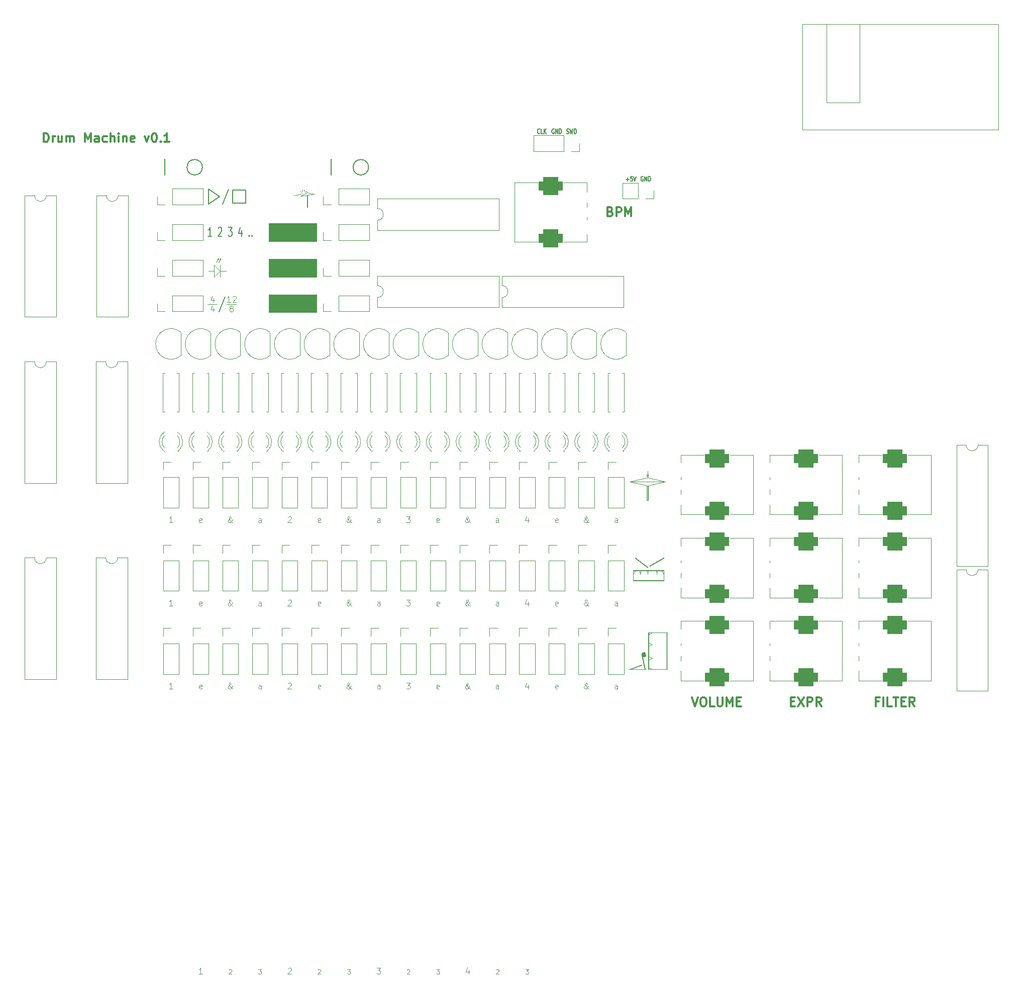
<source format=gto>
G04 #@! TF.GenerationSoftware,KiCad,Pcbnew,8.0.7*
G04 #@! TF.CreationDate,2025-03-19T21:22:19+01:00*
G04 #@! TF.ProjectId,drum_machine,6472756d-5f6d-4616-9368-696e652e6b69,rev?*
G04 #@! TF.SameCoordinates,Original*
G04 #@! TF.FileFunction,Legend,Top*
G04 #@! TF.FilePolarity,Positive*
%FSLAX46Y46*%
G04 Gerber Fmt 4.6, Leading zero omitted, Abs format (unit mm)*
G04 Created by KiCad (PCBNEW 8.0.7) date 2025-03-19 21:22:19*
%MOMM*%
%LPD*%
G01*
G04 APERTURE LIST*
G04 Aperture macros list*
%AMRoundRect*
0 Rectangle with rounded corners*
0 $1 Rounding radius*
0 $2 $3 $4 $5 $6 $7 $8 $9 X,Y pos of 4 corners*
0 Add a 4 corners polygon primitive as box body*
4,1,4,$2,$3,$4,$5,$6,$7,$8,$9,$2,$3,0*
0 Add four circle primitives for the rounded corners*
1,1,$1+$1,$2,$3*
1,1,$1+$1,$4,$5*
1,1,$1+$1,$6,$7*
1,1,$1+$1,$8,$9*
0 Add four rect primitives between the rounded corners*
20,1,$1+$1,$2,$3,$4,$5,0*
20,1,$1+$1,$4,$5,$6,$7,0*
20,1,$1+$1,$6,$7,$8,$9,0*
20,1,$1+$1,$8,$9,$2,$3,0*%
G04 Aperture macros list end*
%ADD10C,0.100000*%
%ADD11C,0.200000*%
%ADD12C,0.300000*%
%ADD13C,0.150000*%
%ADD14C,0.120000*%
%ADD15C,1.600000*%
%ADD16O,1.600000X1.600000*%
%ADD17R,1.500000X1.050000*%
%ADD18O,1.500000X1.050000*%
%ADD19R,1.800000X1.800000*%
%ADD20C,1.800000*%
%ADD21R,1.700000X1.700000*%
%ADD22O,1.700000X1.700000*%
%ADD23C,2.700000*%
%ADD24RoundRect,0.750000X-1.250000X-0.750000X1.250000X-0.750000X1.250000X0.750000X-1.250000X0.750000X0*%
%ADD25R,1.600000X1.600000*%
%ADD26RoundRect,0.750000X1.250000X0.750000X-1.250000X0.750000X-1.250000X-0.750000X1.250000X-0.750000X0*%
%ADD27C,2.000000*%
%ADD28R,2.000000X2.000000*%
G04 APERTURE END LIST*
D10*
X141700000Y-137500000D02*
X141400000Y-137400000D01*
X68200000Y-78100000D02*
X69800000Y-78100000D01*
X143750000Y-123000000D02*
X143850000Y-123600000D01*
D11*
X70200000Y-60000000D02*
X68300000Y-61300000D01*
X68300000Y-58700000D01*
X70200000Y-60000000D01*
D10*
X69600000Y-71100000D02*
X70000000Y-70400000D01*
X141300000Y-137200000D02*
X141400000Y-137200000D01*
X142400000Y-111100000D02*
X142200000Y-111100000D01*
D11*
X70700000Y-61300000D02*
X71700000Y-58700000D01*
D10*
X84400000Y-59100000D02*
X84500000Y-58900000D01*
X142300000Y-107300000D02*
X142300000Y-106200000D01*
X86200000Y-59600000D02*
X84950000Y-59350000D01*
X142000000Y-137400000D02*
X141700000Y-137500000D01*
X141400000Y-137400000D01*
X141300000Y-137200000D01*
X141400000Y-136800000D01*
X141800000Y-136700000D01*
X142000000Y-137400000D01*
G36*
X142000000Y-137400000D02*
G01*
X141700000Y-137500000D01*
X141400000Y-137400000D01*
X141300000Y-137200000D01*
X141400000Y-136800000D01*
X141800000Y-136700000D01*
X142000000Y-137400000D01*
G37*
X142500000Y-133700000D02*
X143100000Y-133400000D01*
X71400000Y-78100000D02*
X73000000Y-78100000D01*
X141900000Y-139600000D02*
X141400000Y-137200000D01*
X142500000Y-135700000D02*
X143100000Y-135400000D01*
X142500000Y-139300000D02*
X143100000Y-139600000D01*
X84950000Y-59350000D02*
X83800000Y-59900000D01*
X142000000Y-137400000D02*
X141700000Y-137500000D01*
X139900000Y-122900000D02*
X145000000Y-122900000D01*
X145000000Y-124700000D01*
X139900000Y-124700000D01*
X139900000Y-122900000D01*
X142700000Y-122100000D02*
X145000000Y-120800000D01*
D11*
X70100000Y-79400000D02*
X71100000Y-76800000D01*
D10*
X139900000Y-123000000D02*
X145000000Y-123000000D01*
X145000000Y-124600000D01*
X139900000Y-124600000D01*
X139900000Y-123000000D01*
X70000000Y-70400000D02*
X70000000Y-70600000D01*
X142250000Y-123000000D02*
X142350000Y-123600000D01*
X78500000Y-70500000D02*
X86500000Y-70500000D01*
X86500000Y-73500000D01*
X78500000Y-73500000D01*
X78500000Y-70500000D01*
G36*
X78500000Y-70500000D02*
G01*
X86500000Y-70500000D01*
X86500000Y-73500000D01*
X78500000Y-73500000D01*
X78500000Y-70500000D01*
G37*
X142350000Y-123600000D02*
X142450000Y-123000000D01*
D11*
X85000000Y-61800000D02*
X85000000Y-59800000D01*
D10*
X140200000Y-120800000D02*
X142300000Y-122400000D01*
X142000000Y-139600000D02*
X139100000Y-139600000D01*
X141800000Y-136700000D02*
X142000000Y-137400000D01*
X139300000Y-108000000D02*
X142300000Y-108700000D01*
X70400000Y-70400000D02*
X70400000Y-70600000D01*
X145000000Y-123600000D02*
X144700000Y-123000000D01*
X142200000Y-111100000D02*
X142200000Y-108700000D01*
X139300000Y-108000000D02*
X142300000Y-107300000D01*
X143850000Y-123600000D02*
X143950000Y-123000000D01*
X70300000Y-72500000D02*
X71300000Y-72500000D01*
X142200000Y-107100000D02*
X142400000Y-107100000D01*
X142400000Y-111100000D02*
X142400000Y-108700000D01*
X70300000Y-73500000D02*
X70300000Y-71500000D01*
X143100000Y-137750000D02*
X142500000Y-138000000D01*
X139400000Y-139600000D02*
X141300000Y-138900000D01*
D11*
X89000000Y-56350000D02*
X89000000Y-53650000D01*
D10*
X142500000Y-133400000D02*
X145500000Y-133400000D01*
X145500000Y-139600000D01*
X142500000Y-139600000D01*
X142500000Y-133400000D01*
X142400000Y-106800000D02*
X142200000Y-106800000D01*
X142300000Y-122500000D02*
X140200000Y-120900000D01*
X70400000Y-70400000D02*
X70200000Y-70500000D01*
X70300000Y-72500000D02*
X69300000Y-73500000D01*
X78500000Y-76500000D02*
X86500000Y-76500000D01*
X86500000Y-79500000D01*
X78500000Y-79500000D01*
X78500000Y-76500000D01*
G36*
X78500000Y-76500000D02*
G01*
X86500000Y-76500000D01*
X86500000Y-79500000D01*
X78500000Y-79500000D01*
X78500000Y-76500000D01*
G37*
X140200000Y-123000000D02*
X139900000Y-123600000D01*
X142200000Y-106800000D02*
X142200000Y-107100000D01*
X141100000Y-123600000D02*
X141200000Y-123000000D01*
X70000000Y-70400000D02*
X69800000Y-70500000D01*
X82800000Y-59800000D02*
X84100000Y-59500000D01*
X78500000Y-64500000D02*
X86500000Y-64500000D01*
X86500000Y-67500000D01*
X78500000Y-67500000D01*
X78500000Y-64500000D01*
G36*
X78500000Y-64500000D02*
G01*
X86500000Y-64500000D01*
X86500000Y-67500000D01*
X78500000Y-67500000D01*
X78500000Y-64500000D01*
G37*
D11*
X95300000Y-55050000D02*
G75*
G02*
X92700000Y-55050000I-1300000J0D01*
G01*
X92700000Y-55050000D02*
G75*
G02*
X95300000Y-55050000I1300000J0D01*
G01*
D10*
X141400000Y-137400000D02*
X141300000Y-137200000D01*
X142500000Y-135700000D02*
X143100000Y-135400000D01*
X142400000Y-107100000D02*
X142400000Y-106800000D01*
X69300000Y-71500000D02*
X70300000Y-72500000D01*
D11*
X72400000Y-58900000D02*
X74600000Y-58900000D01*
X74600000Y-61100000D01*
X72400000Y-61100000D01*
X72400000Y-58900000D01*
D10*
X139900000Y-123600000D02*
X139900000Y-124300000D01*
X83800000Y-59900000D02*
X86200000Y-59600000D01*
X142300000Y-110800000D02*
X142300000Y-111100000D01*
X142300000Y-108700000D02*
X142300000Y-110800000D01*
X142500000Y-137450000D02*
X143100000Y-137750000D01*
X142300000Y-107300000D02*
X145300000Y-108000000D01*
X70000000Y-71100000D02*
X70400000Y-70400000D01*
X141300000Y-137200000D02*
X141400000Y-136800000D01*
X142400000Y-133400000D02*
X145600000Y-133400000D01*
X145600000Y-139600000D01*
X142400000Y-139600000D01*
X142400000Y-133400000D01*
D11*
X67300000Y-55050000D02*
G75*
G02*
X64700000Y-55050000I-1300000J0D01*
G01*
X64700000Y-55050000D02*
G75*
G02*
X67300000Y-55050000I1300000J0D01*
G01*
D10*
X141400000Y-136800000D02*
X141800000Y-136700000D01*
X143100000Y-135400000D02*
X142500000Y-135200000D01*
X84600000Y-59200000D02*
X84800000Y-59100000D01*
X141800000Y-139600000D02*
X141300000Y-137200000D01*
X142700000Y-122200000D02*
X145000000Y-120900000D01*
X68300000Y-72500000D02*
X69300000Y-72500000D01*
X84000000Y-59200000D02*
X83800000Y-59100000D01*
X142300000Y-108700000D02*
X145300000Y-108000000D01*
X141000000Y-123000000D02*
X141100000Y-123600000D01*
X145300000Y-108000000D02*
X139300000Y-108000000D01*
X84200000Y-59100000D02*
X84100000Y-58900000D01*
X69300000Y-72500000D02*
X69300000Y-71500000D01*
D11*
X61000000Y-56350000D02*
X61000000Y-53650000D01*
D10*
X141300000Y-138800000D02*
X141300000Y-138900000D01*
X69300000Y-73500000D02*
X69300000Y-72500000D01*
X139300000Y-139600000D02*
X141300000Y-138800000D01*
D12*
X166464285Y-145015114D02*
X166964285Y-145015114D01*
X167178571Y-145800828D02*
X166464285Y-145800828D01*
X166464285Y-145800828D02*
X166464285Y-144300828D01*
X166464285Y-144300828D02*
X167178571Y-144300828D01*
X167678571Y-144300828D02*
X168678571Y-145800828D01*
X168678571Y-144300828D02*
X167678571Y-145800828D01*
X169249999Y-145800828D02*
X169249999Y-144300828D01*
X169249999Y-144300828D02*
X169821428Y-144300828D01*
X169821428Y-144300828D02*
X169964285Y-144372257D01*
X169964285Y-144372257D02*
X170035714Y-144443685D01*
X170035714Y-144443685D02*
X170107142Y-144586542D01*
X170107142Y-144586542D02*
X170107142Y-144800828D01*
X170107142Y-144800828D02*
X170035714Y-144943685D01*
X170035714Y-144943685D02*
X169964285Y-145015114D01*
X169964285Y-145015114D02*
X169821428Y-145086542D01*
X169821428Y-145086542D02*
X169249999Y-145086542D01*
X171607142Y-145800828D02*
X171107142Y-145086542D01*
X170749999Y-145800828D02*
X170749999Y-144300828D01*
X170749999Y-144300828D02*
X171321428Y-144300828D01*
X171321428Y-144300828D02*
X171464285Y-144372257D01*
X171464285Y-144372257D02*
X171535714Y-144443685D01*
X171535714Y-144443685D02*
X171607142Y-144586542D01*
X171607142Y-144586542D02*
X171607142Y-144800828D01*
X171607142Y-144800828D02*
X171535714Y-144943685D01*
X171535714Y-144943685D02*
X171464285Y-145015114D01*
X171464285Y-145015114D02*
X171321428Y-145086542D01*
X171321428Y-145086542D02*
X170749999Y-145086542D01*
D10*
X122190476Y-128205752D02*
X122190476Y-128872419D01*
X121952381Y-127824800D02*
X121714286Y-128539085D01*
X121714286Y-128539085D02*
X122333333Y-128539085D01*
D13*
X68860588Y-66686128D02*
X68289160Y-66686128D01*
X68574874Y-66686128D02*
X68574874Y-65186128D01*
X68574874Y-65186128D02*
X68479636Y-65400414D01*
X68479636Y-65400414D02*
X68384398Y-65543271D01*
X68384398Y-65543271D02*
X68289160Y-65614700D01*
X70003446Y-65328985D02*
X70051065Y-65257557D01*
X70051065Y-65257557D02*
X70146303Y-65186128D01*
X70146303Y-65186128D02*
X70384398Y-65186128D01*
X70384398Y-65186128D02*
X70479636Y-65257557D01*
X70479636Y-65257557D02*
X70527255Y-65328985D01*
X70527255Y-65328985D02*
X70574874Y-65471842D01*
X70574874Y-65471842D02*
X70574874Y-65614700D01*
X70574874Y-65614700D02*
X70527255Y-65828985D01*
X70527255Y-65828985D02*
X69955827Y-66686128D01*
X69955827Y-66686128D02*
X70574874Y-66686128D01*
X71670113Y-65186128D02*
X72289160Y-65186128D01*
X72289160Y-65186128D02*
X71955827Y-65757557D01*
X71955827Y-65757557D02*
X72098684Y-65757557D01*
X72098684Y-65757557D02*
X72193922Y-65828985D01*
X72193922Y-65828985D02*
X72241541Y-65900414D01*
X72241541Y-65900414D02*
X72289160Y-66043271D01*
X72289160Y-66043271D02*
X72289160Y-66400414D01*
X72289160Y-66400414D02*
X72241541Y-66543271D01*
X72241541Y-66543271D02*
X72193922Y-66614700D01*
X72193922Y-66614700D02*
X72098684Y-66686128D01*
X72098684Y-66686128D02*
X71812970Y-66686128D01*
X71812970Y-66686128D02*
X71717732Y-66614700D01*
X71717732Y-66614700D02*
X71670113Y-66543271D01*
X73908208Y-65686128D02*
X73908208Y-66686128D01*
X73670113Y-65114700D02*
X73432018Y-66186128D01*
X73432018Y-66186128D02*
X74051065Y-66186128D01*
X75193923Y-66543271D02*
X75241542Y-66614700D01*
X75241542Y-66614700D02*
X75193923Y-66686128D01*
X75193923Y-66686128D02*
X75146304Y-66614700D01*
X75146304Y-66614700D02*
X75193923Y-66543271D01*
X75193923Y-66543271D02*
X75193923Y-66686128D01*
X75670113Y-66543271D02*
X75717732Y-66614700D01*
X75717732Y-66614700D02*
X75670113Y-66686128D01*
X75670113Y-66686128D02*
X75622494Y-66614700D01*
X75622494Y-66614700D02*
X75670113Y-66543271D01*
X75670113Y-66543271D02*
X75670113Y-66686128D01*
D10*
X62285714Y-128872419D02*
X61714286Y-128872419D01*
X62000000Y-128872419D02*
X62000000Y-127872419D01*
X62000000Y-127872419D02*
X61904762Y-128015276D01*
X61904762Y-128015276D02*
X61809524Y-128110514D01*
X61809524Y-128110514D02*
X61714286Y-128158133D01*
D13*
X126542857Y-48632390D02*
X126485715Y-48594295D01*
X126485715Y-48594295D02*
X126400000Y-48594295D01*
X126400000Y-48594295D02*
X126314286Y-48632390D01*
X126314286Y-48632390D02*
X126257143Y-48708580D01*
X126257143Y-48708580D02*
X126228572Y-48784771D01*
X126228572Y-48784771D02*
X126200000Y-48937152D01*
X126200000Y-48937152D02*
X126200000Y-49051438D01*
X126200000Y-49051438D02*
X126228572Y-49203819D01*
X126228572Y-49203819D02*
X126257143Y-49280009D01*
X126257143Y-49280009D02*
X126314286Y-49356200D01*
X126314286Y-49356200D02*
X126400000Y-49394295D01*
X126400000Y-49394295D02*
X126457143Y-49394295D01*
X126457143Y-49394295D02*
X126542857Y-49356200D01*
X126542857Y-49356200D02*
X126571429Y-49318104D01*
X126571429Y-49318104D02*
X126571429Y-49051438D01*
X126571429Y-49051438D02*
X126457143Y-49051438D01*
X126828572Y-49394295D02*
X126828572Y-48594295D01*
X126828572Y-48594295D02*
X127171429Y-49394295D01*
X127171429Y-49394295D02*
X127171429Y-48594295D01*
X127457143Y-49394295D02*
X127457143Y-48594295D01*
X127457143Y-48594295D02*
X127600000Y-48594295D01*
X127600000Y-48594295D02*
X127685714Y-48632390D01*
X127685714Y-48632390D02*
X127742857Y-48708580D01*
X127742857Y-48708580D02*
X127771428Y-48784771D01*
X127771428Y-48784771D02*
X127800000Y-48937152D01*
X127800000Y-48937152D02*
X127800000Y-49051438D01*
X127800000Y-49051438D02*
X127771428Y-49203819D01*
X127771428Y-49203819D02*
X127742857Y-49280009D01*
X127742857Y-49280009D02*
X127685714Y-49356200D01*
X127685714Y-49356200D02*
X127600000Y-49394295D01*
X127600000Y-49394295D02*
X127457143Y-49394295D01*
D10*
X71771428Y-190173085D02*
X71809524Y-190134990D01*
X71809524Y-190134990D02*
X71885714Y-190096895D01*
X71885714Y-190096895D02*
X72076190Y-190096895D01*
X72076190Y-190096895D02*
X72152381Y-190134990D01*
X72152381Y-190134990D02*
X72190476Y-190173085D01*
X72190476Y-190173085D02*
X72228571Y-190249276D01*
X72228571Y-190249276D02*
X72228571Y-190325466D01*
X72228571Y-190325466D02*
X72190476Y-190439752D01*
X72190476Y-190439752D02*
X71733333Y-190896895D01*
X71733333Y-190896895D02*
X72228571Y-190896895D01*
D12*
X40554510Y-50800828D02*
X40554510Y-49300828D01*
X40554510Y-49300828D02*
X40911653Y-49300828D01*
X40911653Y-49300828D02*
X41125939Y-49372257D01*
X41125939Y-49372257D02*
X41268796Y-49515114D01*
X41268796Y-49515114D02*
X41340225Y-49657971D01*
X41340225Y-49657971D02*
X41411653Y-49943685D01*
X41411653Y-49943685D02*
X41411653Y-50157971D01*
X41411653Y-50157971D02*
X41340225Y-50443685D01*
X41340225Y-50443685D02*
X41268796Y-50586542D01*
X41268796Y-50586542D02*
X41125939Y-50729400D01*
X41125939Y-50729400D02*
X40911653Y-50800828D01*
X40911653Y-50800828D02*
X40554510Y-50800828D01*
X42054510Y-50800828D02*
X42054510Y-49800828D01*
X42054510Y-50086542D02*
X42125939Y-49943685D01*
X42125939Y-49943685D02*
X42197368Y-49872257D01*
X42197368Y-49872257D02*
X42340225Y-49800828D01*
X42340225Y-49800828D02*
X42483082Y-49800828D01*
X43625939Y-49800828D02*
X43625939Y-50800828D01*
X42983081Y-49800828D02*
X42983081Y-50586542D01*
X42983081Y-50586542D02*
X43054510Y-50729400D01*
X43054510Y-50729400D02*
X43197367Y-50800828D01*
X43197367Y-50800828D02*
X43411653Y-50800828D01*
X43411653Y-50800828D02*
X43554510Y-50729400D01*
X43554510Y-50729400D02*
X43625939Y-50657971D01*
X44340224Y-50800828D02*
X44340224Y-49800828D01*
X44340224Y-49943685D02*
X44411653Y-49872257D01*
X44411653Y-49872257D02*
X44554510Y-49800828D01*
X44554510Y-49800828D02*
X44768796Y-49800828D01*
X44768796Y-49800828D02*
X44911653Y-49872257D01*
X44911653Y-49872257D02*
X44983082Y-50015114D01*
X44983082Y-50015114D02*
X44983082Y-50800828D01*
X44983082Y-50015114D02*
X45054510Y-49872257D01*
X45054510Y-49872257D02*
X45197367Y-49800828D01*
X45197367Y-49800828D02*
X45411653Y-49800828D01*
X45411653Y-49800828D02*
X45554510Y-49872257D01*
X45554510Y-49872257D02*
X45625939Y-50015114D01*
X45625939Y-50015114D02*
X45625939Y-50800828D01*
X47483081Y-50800828D02*
X47483081Y-49300828D01*
X47483081Y-49300828D02*
X47983081Y-50372257D01*
X47983081Y-50372257D02*
X48483081Y-49300828D01*
X48483081Y-49300828D02*
X48483081Y-50800828D01*
X49840225Y-50800828D02*
X49840225Y-50015114D01*
X49840225Y-50015114D02*
X49768796Y-49872257D01*
X49768796Y-49872257D02*
X49625939Y-49800828D01*
X49625939Y-49800828D02*
X49340225Y-49800828D01*
X49340225Y-49800828D02*
X49197367Y-49872257D01*
X49840225Y-50729400D02*
X49697367Y-50800828D01*
X49697367Y-50800828D02*
X49340225Y-50800828D01*
X49340225Y-50800828D02*
X49197367Y-50729400D01*
X49197367Y-50729400D02*
X49125939Y-50586542D01*
X49125939Y-50586542D02*
X49125939Y-50443685D01*
X49125939Y-50443685D02*
X49197367Y-50300828D01*
X49197367Y-50300828D02*
X49340225Y-50229400D01*
X49340225Y-50229400D02*
X49697367Y-50229400D01*
X49697367Y-50229400D02*
X49840225Y-50157971D01*
X51197368Y-50729400D02*
X51054510Y-50800828D01*
X51054510Y-50800828D02*
X50768796Y-50800828D01*
X50768796Y-50800828D02*
X50625939Y-50729400D01*
X50625939Y-50729400D02*
X50554510Y-50657971D01*
X50554510Y-50657971D02*
X50483082Y-50515114D01*
X50483082Y-50515114D02*
X50483082Y-50086542D01*
X50483082Y-50086542D02*
X50554510Y-49943685D01*
X50554510Y-49943685D02*
X50625939Y-49872257D01*
X50625939Y-49872257D02*
X50768796Y-49800828D01*
X50768796Y-49800828D02*
X51054510Y-49800828D01*
X51054510Y-49800828D02*
X51197368Y-49872257D01*
X51840224Y-50800828D02*
X51840224Y-49300828D01*
X52483082Y-50800828D02*
X52483082Y-50015114D01*
X52483082Y-50015114D02*
X52411653Y-49872257D01*
X52411653Y-49872257D02*
X52268796Y-49800828D01*
X52268796Y-49800828D02*
X52054510Y-49800828D01*
X52054510Y-49800828D02*
X51911653Y-49872257D01*
X51911653Y-49872257D02*
X51840224Y-49943685D01*
X53197367Y-50800828D02*
X53197367Y-49800828D01*
X53197367Y-49300828D02*
X53125939Y-49372257D01*
X53125939Y-49372257D02*
X53197367Y-49443685D01*
X53197367Y-49443685D02*
X53268796Y-49372257D01*
X53268796Y-49372257D02*
X53197367Y-49300828D01*
X53197367Y-49300828D02*
X53197367Y-49443685D01*
X53911653Y-49800828D02*
X53911653Y-50800828D01*
X53911653Y-49943685D02*
X53983082Y-49872257D01*
X53983082Y-49872257D02*
X54125939Y-49800828D01*
X54125939Y-49800828D02*
X54340225Y-49800828D01*
X54340225Y-49800828D02*
X54483082Y-49872257D01*
X54483082Y-49872257D02*
X54554511Y-50015114D01*
X54554511Y-50015114D02*
X54554511Y-50800828D01*
X55840225Y-50729400D02*
X55697368Y-50800828D01*
X55697368Y-50800828D02*
X55411654Y-50800828D01*
X55411654Y-50800828D02*
X55268796Y-50729400D01*
X55268796Y-50729400D02*
X55197368Y-50586542D01*
X55197368Y-50586542D02*
X55197368Y-50015114D01*
X55197368Y-50015114D02*
X55268796Y-49872257D01*
X55268796Y-49872257D02*
X55411654Y-49800828D01*
X55411654Y-49800828D02*
X55697368Y-49800828D01*
X55697368Y-49800828D02*
X55840225Y-49872257D01*
X55840225Y-49872257D02*
X55911654Y-50015114D01*
X55911654Y-50015114D02*
X55911654Y-50157971D01*
X55911654Y-50157971D02*
X55197368Y-50300828D01*
X57554510Y-49800828D02*
X57911653Y-50800828D01*
X57911653Y-50800828D02*
X58268796Y-49800828D01*
X59125939Y-49300828D02*
X59268796Y-49300828D01*
X59268796Y-49300828D02*
X59411653Y-49372257D01*
X59411653Y-49372257D02*
X59483082Y-49443685D01*
X59483082Y-49443685D02*
X59554510Y-49586542D01*
X59554510Y-49586542D02*
X59625939Y-49872257D01*
X59625939Y-49872257D02*
X59625939Y-50229400D01*
X59625939Y-50229400D02*
X59554510Y-50515114D01*
X59554510Y-50515114D02*
X59483082Y-50657971D01*
X59483082Y-50657971D02*
X59411653Y-50729400D01*
X59411653Y-50729400D02*
X59268796Y-50800828D01*
X59268796Y-50800828D02*
X59125939Y-50800828D01*
X59125939Y-50800828D02*
X58983082Y-50729400D01*
X58983082Y-50729400D02*
X58911653Y-50657971D01*
X58911653Y-50657971D02*
X58840224Y-50515114D01*
X58840224Y-50515114D02*
X58768796Y-50229400D01*
X58768796Y-50229400D02*
X58768796Y-49872257D01*
X58768796Y-49872257D02*
X58840224Y-49586542D01*
X58840224Y-49586542D02*
X58911653Y-49443685D01*
X58911653Y-49443685D02*
X58983082Y-49372257D01*
X58983082Y-49372257D02*
X59125939Y-49300828D01*
X60268795Y-50657971D02*
X60340224Y-50729400D01*
X60340224Y-50729400D02*
X60268795Y-50800828D01*
X60268795Y-50800828D02*
X60197367Y-50729400D01*
X60197367Y-50729400D02*
X60268795Y-50657971D01*
X60268795Y-50657971D02*
X60268795Y-50800828D01*
X61768796Y-50800828D02*
X60911653Y-50800828D01*
X61340224Y-50800828D02*
X61340224Y-49300828D01*
X61340224Y-49300828D02*
X61197367Y-49515114D01*
X61197367Y-49515114D02*
X61054510Y-49657971D01*
X61054510Y-49657971D02*
X60911653Y-49729400D01*
D10*
X127190476Y-142824800D02*
X127095238Y-142872419D01*
X127095238Y-142872419D02*
X126904762Y-142872419D01*
X126904762Y-142872419D02*
X126809524Y-142824800D01*
X126809524Y-142824800D02*
X126761905Y-142729561D01*
X126761905Y-142729561D02*
X126761905Y-142348609D01*
X126761905Y-142348609D02*
X126809524Y-142253371D01*
X126809524Y-142253371D02*
X126904762Y-142205752D01*
X126904762Y-142205752D02*
X127095238Y-142205752D01*
X127095238Y-142205752D02*
X127190476Y-142253371D01*
X127190476Y-142253371D02*
X127238095Y-142348609D01*
X127238095Y-142348609D02*
X127238095Y-142443847D01*
X127238095Y-142443847D02*
X126761905Y-142539085D01*
X107190476Y-142824800D02*
X107095238Y-142872419D01*
X107095238Y-142872419D02*
X106904762Y-142872419D01*
X106904762Y-142872419D02*
X106809524Y-142824800D01*
X106809524Y-142824800D02*
X106761905Y-142729561D01*
X106761905Y-142729561D02*
X106761905Y-142348609D01*
X106761905Y-142348609D02*
X106809524Y-142253371D01*
X106809524Y-142253371D02*
X106904762Y-142205752D01*
X106904762Y-142205752D02*
X107095238Y-142205752D01*
X107095238Y-142205752D02*
X107190476Y-142253371D01*
X107190476Y-142253371D02*
X107238095Y-142348609D01*
X107238095Y-142348609D02*
X107238095Y-142443847D01*
X107238095Y-142443847D02*
X106761905Y-142539085D01*
X81714286Y-113967657D02*
X81761905Y-113920038D01*
X81761905Y-113920038D02*
X81857143Y-113872419D01*
X81857143Y-113872419D02*
X82095238Y-113872419D01*
X82095238Y-113872419D02*
X82190476Y-113920038D01*
X82190476Y-113920038D02*
X82238095Y-113967657D01*
X82238095Y-113967657D02*
X82285714Y-114062895D01*
X82285714Y-114062895D02*
X82285714Y-114158133D01*
X82285714Y-114158133D02*
X82238095Y-114300990D01*
X82238095Y-114300990D02*
X81666667Y-114872419D01*
X81666667Y-114872419D02*
X82285714Y-114872419D01*
X67190476Y-142824800D02*
X67095238Y-142872419D01*
X67095238Y-142872419D02*
X66904762Y-142872419D01*
X66904762Y-142872419D02*
X66809524Y-142824800D01*
X66809524Y-142824800D02*
X66761905Y-142729561D01*
X66761905Y-142729561D02*
X66761905Y-142348609D01*
X66761905Y-142348609D02*
X66809524Y-142253371D01*
X66809524Y-142253371D02*
X66904762Y-142205752D01*
X66904762Y-142205752D02*
X67095238Y-142205752D01*
X67095238Y-142205752D02*
X67190476Y-142253371D01*
X67190476Y-142253371D02*
X67238095Y-142348609D01*
X67238095Y-142348609D02*
X67238095Y-142443847D01*
X67238095Y-142443847D02*
X66761905Y-142539085D01*
X117214285Y-128872419D02*
X117214285Y-128348609D01*
X117214285Y-128348609D02*
X117166666Y-128253371D01*
X117166666Y-128253371D02*
X117071428Y-128205752D01*
X117071428Y-128205752D02*
X116880952Y-128205752D01*
X116880952Y-128205752D02*
X116785714Y-128253371D01*
X117214285Y-128824800D02*
X117119047Y-128872419D01*
X117119047Y-128872419D02*
X116880952Y-128872419D01*
X116880952Y-128872419D02*
X116785714Y-128824800D01*
X116785714Y-128824800D02*
X116738095Y-128729561D01*
X116738095Y-128729561D02*
X116738095Y-128634323D01*
X116738095Y-128634323D02*
X116785714Y-128539085D01*
X116785714Y-128539085D02*
X116880952Y-128491466D01*
X116880952Y-128491466D02*
X117119047Y-128491466D01*
X117119047Y-128491466D02*
X117214285Y-128443847D01*
X77214285Y-114872419D02*
X77214285Y-114348609D01*
X77214285Y-114348609D02*
X77166666Y-114253371D01*
X77166666Y-114253371D02*
X77071428Y-114205752D01*
X77071428Y-114205752D02*
X76880952Y-114205752D01*
X76880952Y-114205752D02*
X76785714Y-114253371D01*
X77214285Y-114824800D02*
X77119047Y-114872419D01*
X77119047Y-114872419D02*
X76880952Y-114872419D01*
X76880952Y-114872419D02*
X76785714Y-114824800D01*
X76785714Y-114824800D02*
X76738095Y-114729561D01*
X76738095Y-114729561D02*
X76738095Y-114634323D01*
X76738095Y-114634323D02*
X76785714Y-114539085D01*
X76785714Y-114539085D02*
X76880952Y-114491466D01*
X76880952Y-114491466D02*
X77119047Y-114491466D01*
X77119047Y-114491466D02*
X77214285Y-114443847D01*
X122190476Y-114205752D02*
X122190476Y-114872419D01*
X121952381Y-113824800D02*
X121714286Y-114539085D01*
X121714286Y-114539085D02*
X122333333Y-114539085D01*
X67285714Y-190872419D02*
X66714286Y-190872419D01*
X67000000Y-190872419D02*
X67000000Y-189872419D01*
X67000000Y-189872419D02*
X66904762Y-190015276D01*
X66904762Y-190015276D02*
X66809524Y-190110514D01*
X66809524Y-190110514D02*
X66714286Y-190158133D01*
X92428572Y-128872419D02*
X92380953Y-128872419D01*
X92380953Y-128872419D02*
X92285714Y-128824800D01*
X92285714Y-128824800D02*
X92142857Y-128681942D01*
X92142857Y-128681942D02*
X91904762Y-128396228D01*
X91904762Y-128396228D02*
X91809524Y-128253371D01*
X91809524Y-128253371D02*
X91761905Y-128110514D01*
X91761905Y-128110514D02*
X91761905Y-128015276D01*
X91761905Y-128015276D02*
X91809524Y-127920038D01*
X91809524Y-127920038D02*
X91904762Y-127872419D01*
X91904762Y-127872419D02*
X91952381Y-127872419D01*
X91952381Y-127872419D02*
X92047619Y-127920038D01*
X92047619Y-127920038D02*
X92095238Y-128015276D01*
X92095238Y-128015276D02*
X92095238Y-128062895D01*
X92095238Y-128062895D02*
X92047619Y-128158133D01*
X92047619Y-128158133D02*
X92000000Y-128205752D01*
X92000000Y-128205752D02*
X91714286Y-128396228D01*
X91714286Y-128396228D02*
X91666667Y-128443847D01*
X91666667Y-128443847D02*
X91619048Y-128539085D01*
X91619048Y-128539085D02*
X91619048Y-128681942D01*
X91619048Y-128681942D02*
X91666667Y-128777180D01*
X91666667Y-128777180D02*
X91714286Y-128824800D01*
X91714286Y-128824800D02*
X91809524Y-128872419D01*
X91809524Y-128872419D02*
X91952381Y-128872419D01*
X91952381Y-128872419D02*
X92047619Y-128824800D01*
X92047619Y-128824800D02*
X92095238Y-128777180D01*
X92095238Y-128777180D02*
X92238095Y-128586704D01*
X92238095Y-128586704D02*
X92285714Y-128443847D01*
X92285714Y-128443847D02*
X92285714Y-128348609D01*
X137214285Y-114872419D02*
X137214285Y-114348609D01*
X137214285Y-114348609D02*
X137166666Y-114253371D01*
X137166666Y-114253371D02*
X137071428Y-114205752D01*
X137071428Y-114205752D02*
X136880952Y-114205752D01*
X136880952Y-114205752D02*
X136785714Y-114253371D01*
X137214285Y-114824800D02*
X137119047Y-114872419D01*
X137119047Y-114872419D02*
X136880952Y-114872419D01*
X136880952Y-114872419D02*
X136785714Y-114824800D01*
X136785714Y-114824800D02*
X136738095Y-114729561D01*
X136738095Y-114729561D02*
X136738095Y-114634323D01*
X136738095Y-114634323D02*
X136785714Y-114539085D01*
X136785714Y-114539085D02*
X136880952Y-114491466D01*
X136880952Y-114491466D02*
X137119047Y-114491466D01*
X137119047Y-114491466D02*
X137214285Y-114443847D01*
X127190476Y-128824800D02*
X127095238Y-128872419D01*
X127095238Y-128872419D02*
X126904762Y-128872419D01*
X126904762Y-128872419D02*
X126809524Y-128824800D01*
X126809524Y-128824800D02*
X126761905Y-128729561D01*
X126761905Y-128729561D02*
X126761905Y-128348609D01*
X126761905Y-128348609D02*
X126809524Y-128253371D01*
X126809524Y-128253371D02*
X126904762Y-128205752D01*
X126904762Y-128205752D02*
X127095238Y-128205752D01*
X127095238Y-128205752D02*
X127190476Y-128253371D01*
X127190476Y-128253371D02*
X127238095Y-128348609D01*
X127238095Y-128348609D02*
X127238095Y-128443847D01*
X127238095Y-128443847D02*
X126761905Y-128539085D01*
X72104762Y-78800990D02*
X72009524Y-78753371D01*
X72009524Y-78753371D02*
X71961905Y-78705752D01*
X71961905Y-78705752D02*
X71914286Y-78610514D01*
X71914286Y-78610514D02*
X71914286Y-78562895D01*
X71914286Y-78562895D02*
X71961905Y-78467657D01*
X71961905Y-78467657D02*
X72009524Y-78420038D01*
X72009524Y-78420038D02*
X72104762Y-78372419D01*
X72104762Y-78372419D02*
X72295238Y-78372419D01*
X72295238Y-78372419D02*
X72390476Y-78420038D01*
X72390476Y-78420038D02*
X72438095Y-78467657D01*
X72438095Y-78467657D02*
X72485714Y-78562895D01*
X72485714Y-78562895D02*
X72485714Y-78610514D01*
X72485714Y-78610514D02*
X72438095Y-78705752D01*
X72438095Y-78705752D02*
X72390476Y-78753371D01*
X72390476Y-78753371D02*
X72295238Y-78800990D01*
X72295238Y-78800990D02*
X72104762Y-78800990D01*
X72104762Y-78800990D02*
X72009524Y-78848609D01*
X72009524Y-78848609D02*
X71961905Y-78896228D01*
X71961905Y-78896228D02*
X71914286Y-78991466D01*
X71914286Y-78991466D02*
X71914286Y-79181942D01*
X71914286Y-79181942D02*
X71961905Y-79277180D01*
X71961905Y-79277180D02*
X72009524Y-79324800D01*
X72009524Y-79324800D02*
X72104762Y-79372419D01*
X72104762Y-79372419D02*
X72295238Y-79372419D01*
X72295238Y-79372419D02*
X72390476Y-79324800D01*
X72390476Y-79324800D02*
X72438095Y-79277180D01*
X72438095Y-79277180D02*
X72485714Y-79181942D01*
X72485714Y-79181942D02*
X72485714Y-78991466D01*
X72485714Y-78991466D02*
X72438095Y-78896228D01*
X72438095Y-78896228D02*
X72390476Y-78848609D01*
X72390476Y-78848609D02*
X72295238Y-78800990D01*
X106733333Y-190096895D02*
X107228571Y-190096895D01*
X107228571Y-190096895D02*
X106961905Y-190401657D01*
X106961905Y-190401657D02*
X107076190Y-190401657D01*
X107076190Y-190401657D02*
X107152381Y-190439752D01*
X107152381Y-190439752D02*
X107190476Y-190477847D01*
X107190476Y-190477847D02*
X107228571Y-190554038D01*
X107228571Y-190554038D02*
X107228571Y-190744514D01*
X107228571Y-190744514D02*
X107190476Y-190820704D01*
X107190476Y-190820704D02*
X107152381Y-190858800D01*
X107152381Y-190858800D02*
X107076190Y-190896895D01*
X107076190Y-190896895D02*
X106847619Y-190896895D01*
X106847619Y-190896895D02*
X106771428Y-190858800D01*
X106771428Y-190858800D02*
X106733333Y-190820704D01*
X72027693Y-77772419D02*
X71456265Y-77772419D01*
X71741979Y-77772419D02*
X71741979Y-76772419D01*
X71741979Y-76772419D02*
X71646741Y-76915276D01*
X71646741Y-76915276D02*
X71551503Y-77010514D01*
X71551503Y-77010514D02*
X71456265Y-77058133D01*
X72408646Y-76867657D02*
X72456265Y-76820038D01*
X72456265Y-76820038D02*
X72551503Y-76772419D01*
X72551503Y-76772419D02*
X72789598Y-76772419D01*
X72789598Y-76772419D02*
X72884836Y-76820038D01*
X72884836Y-76820038D02*
X72932455Y-76867657D01*
X72932455Y-76867657D02*
X72980074Y-76962895D01*
X72980074Y-76962895D02*
X72980074Y-77058133D01*
X72980074Y-77058133D02*
X72932455Y-77200990D01*
X72932455Y-77200990D02*
X72361027Y-77772419D01*
X72361027Y-77772419D02*
X72980074Y-77772419D01*
X86771428Y-190173085D02*
X86809524Y-190134990D01*
X86809524Y-190134990D02*
X86885714Y-190096895D01*
X86885714Y-190096895D02*
X87076190Y-190096895D01*
X87076190Y-190096895D02*
X87152381Y-190134990D01*
X87152381Y-190134990D02*
X87190476Y-190173085D01*
X87190476Y-190173085D02*
X87228571Y-190249276D01*
X87228571Y-190249276D02*
X87228571Y-190325466D01*
X87228571Y-190325466D02*
X87190476Y-190439752D01*
X87190476Y-190439752D02*
X86733333Y-190896895D01*
X86733333Y-190896895D02*
X87228571Y-190896895D01*
X69190476Y-78705752D02*
X69190476Y-79372419D01*
X68952381Y-78324800D02*
X68714286Y-79039085D01*
X68714286Y-79039085D02*
X69333333Y-79039085D01*
X72428572Y-128872419D02*
X72380953Y-128872419D01*
X72380953Y-128872419D02*
X72285714Y-128824800D01*
X72285714Y-128824800D02*
X72142857Y-128681942D01*
X72142857Y-128681942D02*
X71904762Y-128396228D01*
X71904762Y-128396228D02*
X71809524Y-128253371D01*
X71809524Y-128253371D02*
X71761905Y-128110514D01*
X71761905Y-128110514D02*
X71761905Y-128015276D01*
X71761905Y-128015276D02*
X71809524Y-127920038D01*
X71809524Y-127920038D02*
X71904762Y-127872419D01*
X71904762Y-127872419D02*
X71952381Y-127872419D01*
X71952381Y-127872419D02*
X72047619Y-127920038D01*
X72047619Y-127920038D02*
X72095238Y-128015276D01*
X72095238Y-128015276D02*
X72095238Y-128062895D01*
X72095238Y-128062895D02*
X72047619Y-128158133D01*
X72047619Y-128158133D02*
X72000000Y-128205752D01*
X72000000Y-128205752D02*
X71714286Y-128396228D01*
X71714286Y-128396228D02*
X71666667Y-128443847D01*
X71666667Y-128443847D02*
X71619048Y-128539085D01*
X71619048Y-128539085D02*
X71619048Y-128681942D01*
X71619048Y-128681942D02*
X71666667Y-128777180D01*
X71666667Y-128777180D02*
X71714286Y-128824800D01*
X71714286Y-128824800D02*
X71809524Y-128872419D01*
X71809524Y-128872419D02*
X71952381Y-128872419D01*
X71952381Y-128872419D02*
X72047619Y-128824800D01*
X72047619Y-128824800D02*
X72095238Y-128777180D01*
X72095238Y-128777180D02*
X72238095Y-128586704D01*
X72238095Y-128586704D02*
X72285714Y-128443847D01*
X72285714Y-128443847D02*
X72285714Y-128348609D01*
X97214285Y-142872419D02*
X97214285Y-142348609D01*
X97214285Y-142348609D02*
X97166666Y-142253371D01*
X97166666Y-142253371D02*
X97071428Y-142205752D01*
X97071428Y-142205752D02*
X96880952Y-142205752D01*
X96880952Y-142205752D02*
X96785714Y-142253371D01*
X97214285Y-142824800D02*
X97119047Y-142872419D01*
X97119047Y-142872419D02*
X96880952Y-142872419D01*
X96880952Y-142872419D02*
X96785714Y-142824800D01*
X96785714Y-142824800D02*
X96738095Y-142729561D01*
X96738095Y-142729561D02*
X96738095Y-142634323D01*
X96738095Y-142634323D02*
X96785714Y-142539085D01*
X96785714Y-142539085D02*
X96880952Y-142491466D01*
X96880952Y-142491466D02*
X97119047Y-142491466D01*
X97119047Y-142491466D02*
X97214285Y-142443847D01*
D13*
X124142857Y-49318104D02*
X124114285Y-49356200D01*
X124114285Y-49356200D02*
X124028571Y-49394295D01*
X124028571Y-49394295D02*
X123971428Y-49394295D01*
X123971428Y-49394295D02*
X123885714Y-49356200D01*
X123885714Y-49356200D02*
X123828571Y-49280009D01*
X123828571Y-49280009D02*
X123800000Y-49203819D01*
X123800000Y-49203819D02*
X123771428Y-49051438D01*
X123771428Y-49051438D02*
X123771428Y-48937152D01*
X123771428Y-48937152D02*
X123800000Y-48784771D01*
X123800000Y-48784771D02*
X123828571Y-48708580D01*
X123828571Y-48708580D02*
X123885714Y-48632390D01*
X123885714Y-48632390D02*
X123971428Y-48594295D01*
X123971428Y-48594295D02*
X124028571Y-48594295D01*
X124028571Y-48594295D02*
X124114285Y-48632390D01*
X124114285Y-48632390D02*
X124142857Y-48670485D01*
X124685714Y-49394295D02*
X124400000Y-49394295D01*
X124400000Y-49394295D02*
X124400000Y-48594295D01*
X124885714Y-49394295D02*
X124885714Y-48594295D01*
X125228571Y-49394295D02*
X124971428Y-48937152D01*
X125228571Y-48594295D02*
X124885714Y-49051438D01*
D10*
X101771428Y-190173085D02*
X101809524Y-190134990D01*
X101809524Y-190134990D02*
X101885714Y-190096895D01*
X101885714Y-190096895D02*
X102076190Y-190096895D01*
X102076190Y-190096895D02*
X102152381Y-190134990D01*
X102152381Y-190134990D02*
X102190476Y-190173085D01*
X102190476Y-190173085D02*
X102228571Y-190249276D01*
X102228571Y-190249276D02*
X102228571Y-190325466D01*
X102228571Y-190325466D02*
X102190476Y-190439752D01*
X102190476Y-190439752D02*
X101733333Y-190896895D01*
X101733333Y-190896895D02*
X102228571Y-190896895D01*
X67190476Y-128824800D02*
X67095238Y-128872419D01*
X67095238Y-128872419D02*
X66904762Y-128872419D01*
X66904762Y-128872419D02*
X66809524Y-128824800D01*
X66809524Y-128824800D02*
X66761905Y-128729561D01*
X66761905Y-128729561D02*
X66761905Y-128348609D01*
X66761905Y-128348609D02*
X66809524Y-128253371D01*
X66809524Y-128253371D02*
X66904762Y-128205752D01*
X66904762Y-128205752D02*
X67095238Y-128205752D01*
X67095238Y-128205752D02*
X67190476Y-128253371D01*
X67190476Y-128253371D02*
X67238095Y-128348609D01*
X67238095Y-128348609D02*
X67238095Y-128443847D01*
X67238095Y-128443847D02*
X66761905Y-128539085D01*
X62285714Y-114872419D02*
X61714286Y-114872419D01*
X62000000Y-114872419D02*
X62000000Y-113872419D01*
X62000000Y-113872419D02*
X61904762Y-114015276D01*
X61904762Y-114015276D02*
X61809524Y-114110514D01*
X61809524Y-114110514D02*
X61714286Y-114158133D01*
X107190476Y-114824800D02*
X107095238Y-114872419D01*
X107095238Y-114872419D02*
X106904762Y-114872419D01*
X106904762Y-114872419D02*
X106809524Y-114824800D01*
X106809524Y-114824800D02*
X106761905Y-114729561D01*
X106761905Y-114729561D02*
X106761905Y-114348609D01*
X106761905Y-114348609D02*
X106809524Y-114253371D01*
X106809524Y-114253371D02*
X106904762Y-114205752D01*
X106904762Y-114205752D02*
X107095238Y-114205752D01*
X107095238Y-114205752D02*
X107190476Y-114253371D01*
X107190476Y-114253371D02*
X107238095Y-114348609D01*
X107238095Y-114348609D02*
X107238095Y-114443847D01*
X107238095Y-114443847D02*
X106761905Y-114539085D01*
X101666667Y-127872419D02*
X102285714Y-127872419D01*
X102285714Y-127872419D02*
X101952381Y-128253371D01*
X101952381Y-128253371D02*
X102095238Y-128253371D01*
X102095238Y-128253371D02*
X102190476Y-128300990D01*
X102190476Y-128300990D02*
X102238095Y-128348609D01*
X102238095Y-128348609D02*
X102285714Y-128443847D01*
X102285714Y-128443847D02*
X102285714Y-128681942D01*
X102285714Y-128681942D02*
X102238095Y-128777180D01*
X102238095Y-128777180D02*
X102190476Y-128824800D01*
X102190476Y-128824800D02*
X102095238Y-128872419D01*
X102095238Y-128872419D02*
X101809524Y-128872419D01*
X101809524Y-128872419D02*
X101714286Y-128824800D01*
X101714286Y-128824800D02*
X101666667Y-128777180D01*
X69190476Y-77105752D02*
X69190476Y-77772419D01*
X68952381Y-76724800D02*
X68714286Y-77439085D01*
X68714286Y-77439085D02*
X69333333Y-77439085D01*
X91733333Y-190096895D02*
X92228571Y-190096895D01*
X92228571Y-190096895D02*
X91961905Y-190401657D01*
X91961905Y-190401657D02*
X92076190Y-190401657D01*
X92076190Y-190401657D02*
X92152381Y-190439752D01*
X92152381Y-190439752D02*
X92190476Y-190477847D01*
X92190476Y-190477847D02*
X92228571Y-190554038D01*
X92228571Y-190554038D02*
X92228571Y-190744514D01*
X92228571Y-190744514D02*
X92190476Y-190820704D01*
X92190476Y-190820704D02*
X92152381Y-190858800D01*
X92152381Y-190858800D02*
X92076190Y-190896895D01*
X92076190Y-190896895D02*
X91847619Y-190896895D01*
X91847619Y-190896895D02*
X91771428Y-190858800D01*
X91771428Y-190858800D02*
X91733333Y-190820704D01*
X112190476Y-190205752D02*
X112190476Y-190872419D01*
X111952381Y-189824800D02*
X111714286Y-190539085D01*
X111714286Y-190539085D02*
X112333333Y-190539085D01*
X96666667Y-189872419D02*
X97285714Y-189872419D01*
X97285714Y-189872419D02*
X96952381Y-190253371D01*
X96952381Y-190253371D02*
X97095238Y-190253371D01*
X97095238Y-190253371D02*
X97190476Y-190300990D01*
X97190476Y-190300990D02*
X97238095Y-190348609D01*
X97238095Y-190348609D02*
X97285714Y-190443847D01*
X97285714Y-190443847D02*
X97285714Y-190681942D01*
X97285714Y-190681942D02*
X97238095Y-190777180D01*
X97238095Y-190777180D02*
X97190476Y-190824800D01*
X97190476Y-190824800D02*
X97095238Y-190872419D01*
X97095238Y-190872419D02*
X96809524Y-190872419D01*
X96809524Y-190872419D02*
X96714286Y-190824800D01*
X96714286Y-190824800D02*
X96666667Y-190777180D01*
X81714286Y-127967657D02*
X81761905Y-127920038D01*
X81761905Y-127920038D02*
X81857143Y-127872419D01*
X81857143Y-127872419D02*
X82095238Y-127872419D01*
X82095238Y-127872419D02*
X82190476Y-127920038D01*
X82190476Y-127920038D02*
X82238095Y-127967657D01*
X82238095Y-127967657D02*
X82285714Y-128062895D01*
X82285714Y-128062895D02*
X82285714Y-128158133D01*
X82285714Y-128158133D02*
X82238095Y-128300990D01*
X82238095Y-128300990D02*
X81666667Y-128872419D01*
X81666667Y-128872419D02*
X82285714Y-128872419D01*
X101666667Y-141872419D02*
X102285714Y-141872419D01*
X102285714Y-141872419D02*
X101952381Y-142253371D01*
X101952381Y-142253371D02*
X102095238Y-142253371D01*
X102095238Y-142253371D02*
X102190476Y-142300990D01*
X102190476Y-142300990D02*
X102238095Y-142348609D01*
X102238095Y-142348609D02*
X102285714Y-142443847D01*
X102285714Y-142443847D02*
X102285714Y-142681942D01*
X102285714Y-142681942D02*
X102238095Y-142777180D01*
X102238095Y-142777180D02*
X102190476Y-142824800D01*
X102190476Y-142824800D02*
X102095238Y-142872419D01*
X102095238Y-142872419D02*
X101809524Y-142872419D01*
X101809524Y-142872419D02*
X101714286Y-142824800D01*
X101714286Y-142824800D02*
X101666667Y-142777180D01*
X112428572Y-142872419D02*
X112380953Y-142872419D01*
X112380953Y-142872419D02*
X112285714Y-142824800D01*
X112285714Y-142824800D02*
X112142857Y-142681942D01*
X112142857Y-142681942D02*
X111904762Y-142396228D01*
X111904762Y-142396228D02*
X111809524Y-142253371D01*
X111809524Y-142253371D02*
X111761905Y-142110514D01*
X111761905Y-142110514D02*
X111761905Y-142015276D01*
X111761905Y-142015276D02*
X111809524Y-141920038D01*
X111809524Y-141920038D02*
X111904762Y-141872419D01*
X111904762Y-141872419D02*
X111952381Y-141872419D01*
X111952381Y-141872419D02*
X112047619Y-141920038D01*
X112047619Y-141920038D02*
X112095238Y-142015276D01*
X112095238Y-142015276D02*
X112095238Y-142062895D01*
X112095238Y-142062895D02*
X112047619Y-142158133D01*
X112047619Y-142158133D02*
X112000000Y-142205752D01*
X112000000Y-142205752D02*
X111714286Y-142396228D01*
X111714286Y-142396228D02*
X111666667Y-142443847D01*
X111666667Y-142443847D02*
X111619048Y-142539085D01*
X111619048Y-142539085D02*
X111619048Y-142681942D01*
X111619048Y-142681942D02*
X111666667Y-142777180D01*
X111666667Y-142777180D02*
X111714286Y-142824800D01*
X111714286Y-142824800D02*
X111809524Y-142872419D01*
X111809524Y-142872419D02*
X111952381Y-142872419D01*
X111952381Y-142872419D02*
X112047619Y-142824800D01*
X112047619Y-142824800D02*
X112095238Y-142777180D01*
X112095238Y-142777180D02*
X112238095Y-142586704D01*
X112238095Y-142586704D02*
X112285714Y-142443847D01*
X112285714Y-142443847D02*
X112285714Y-142348609D01*
X87190476Y-114824800D02*
X87095238Y-114872419D01*
X87095238Y-114872419D02*
X86904762Y-114872419D01*
X86904762Y-114872419D02*
X86809524Y-114824800D01*
X86809524Y-114824800D02*
X86761905Y-114729561D01*
X86761905Y-114729561D02*
X86761905Y-114348609D01*
X86761905Y-114348609D02*
X86809524Y-114253371D01*
X86809524Y-114253371D02*
X86904762Y-114205752D01*
X86904762Y-114205752D02*
X87095238Y-114205752D01*
X87095238Y-114205752D02*
X87190476Y-114253371D01*
X87190476Y-114253371D02*
X87238095Y-114348609D01*
X87238095Y-114348609D02*
X87238095Y-114443847D01*
X87238095Y-114443847D02*
X86761905Y-114539085D01*
X92428572Y-142872419D02*
X92380953Y-142872419D01*
X92380953Y-142872419D02*
X92285714Y-142824800D01*
X92285714Y-142824800D02*
X92142857Y-142681942D01*
X92142857Y-142681942D02*
X91904762Y-142396228D01*
X91904762Y-142396228D02*
X91809524Y-142253371D01*
X91809524Y-142253371D02*
X91761905Y-142110514D01*
X91761905Y-142110514D02*
X91761905Y-142015276D01*
X91761905Y-142015276D02*
X91809524Y-141920038D01*
X91809524Y-141920038D02*
X91904762Y-141872419D01*
X91904762Y-141872419D02*
X91952381Y-141872419D01*
X91952381Y-141872419D02*
X92047619Y-141920038D01*
X92047619Y-141920038D02*
X92095238Y-142015276D01*
X92095238Y-142015276D02*
X92095238Y-142062895D01*
X92095238Y-142062895D02*
X92047619Y-142158133D01*
X92047619Y-142158133D02*
X92000000Y-142205752D01*
X92000000Y-142205752D02*
X91714286Y-142396228D01*
X91714286Y-142396228D02*
X91666667Y-142443847D01*
X91666667Y-142443847D02*
X91619048Y-142539085D01*
X91619048Y-142539085D02*
X91619048Y-142681942D01*
X91619048Y-142681942D02*
X91666667Y-142777180D01*
X91666667Y-142777180D02*
X91714286Y-142824800D01*
X91714286Y-142824800D02*
X91809524Y-142872419D01*
X91809524Y-142872419D02*
X91952381Y-142872419D01*
X91952381Y-142872419D02*
X92047619Y-142824800D01*
X92047619Y-142824800D02*
X92095238Y-142777180D01*
X92095238Y-142777180D02*
X92238095Y-142586704D01*
X92238095Y-142586704D02*
X92285714Y-142443847D01*
X92285714Y-142443847D02*
X92285714Y-142348609D01*
X92428572Y-114872419D02*
X92380953Y-114872419D01*
X92380953Y-114872419D02*
X92285714Y-114824800D01*
X92285714Y-114824800D02*
X92142857Y-114681942D01*
X92142857Y-114681942D02*
X91904762Y-114396228D01*
X91904762Y-114396228D02*
X91809524Y-114253371D01*
X91809524Y-114253371D02*
X91761905Y-114110514D01*
X91761905Y-114110514D02*
X91761905Y-114015276D01*
X91761905Y-114015276D02*
X91809524Y-113920038D01*
X91809524Y-113920038D02*
X91904762Y-113872419D01*
X91904762Y-113872419D02*
X91952381Y-113872419D01*
X91952381Y-113872419D02*
X92047619Y-113920038D01*
X92047619Y-113920038D02*
X92095238Y-114015276D01*
X92095238Y-114015276D02*
X92095238Y-114062895D01*
X92095238Y-114062895D02*
X92047619Y-114158133D01*
X92047619Y-114158133D02*
X92000000Y-114205752D01*
X92000000Y-114205752D02*
X91714286Y-114396228D01*
X91714286Y-114396228D02*
X91666667Y-114443847D01*
X91666667Y-114443847D02*
X91619048Y-114539085D01*
X91619048Y-114539085D02*
X91619048Y-114681942D01*
X91619048Y-114681942D02*
X91666667Y-114777180D01*
X91666667Y-114777180D02*
X91714286Y-114824800D01*
X91714286Y-114824800D02*
X91809524Y-114872419D01*
X91809524Y-114872419D02*
X91952381Y-114872419D01*
X91952381Y-114872419D02*
X92047619Y-114824800D01*
X92047619Y-114824800D02*
X92095238Y-114777180D01*
X92095238Y-114777180D02*
X92238095Y-114586704D01*
X92238095Y-114586704D02*
X92285714Y-114443847D01*
X92285714Y-114443847D02*
X92285714Y-114348609D01*
X67190476Y-114824800D02*
X67095238Y-114872419D01*
X67095238Y-114872419D02*
X66904762Y-114872419D01*
X66904762Y-114872419D02*
X66809524Y-114824800D01*
X66809524Y-114824800D02*
X66761905Y-114729561D01*
X66761905Y-114729561D02*
X66761905Y-114348609D01*
X66761905Y-114348609D02*
X66809524Y-114253371D01*
X66809524Y-114253371D02*
X66904762Y-114205752D01*
X66904762Y-114205752D02*
X67095238Y-114205752D01*
X67095238Y-114205752D02*
X67190476Y-114253371D01*
X67190476Y-114253371D02*
X67238095Y-114348609D01*
X67238095Y-114348609D02*
X67238095Y-114443847D01*
X67238095Y-114443847D02*
X66761905Y-114539085D01*
D12*
X181249999Y-145015114D02*
X180749999Y-145015114D01*
X180749999Y-145800828D02*
X180749999Y-144300828D01*
X180749999Y-144300828D02*
X181464285Y-144300828D01*
X182035713Y-145800828D02*
X182035713Y-144300828D01*
X183464285Y-145800828D02*
X182749999Y-145800828D01*
X182749999Y-145800828D02*
X182749999Y-144300828D01*
X183750000Y-144300828D02*
X184607143Y-144300828D01*
X184178571Y-145800828D02*
X184178571Y-144300828D01*
X185107142Y-145015114D02*
X185607142Y-145015114D01*
X185821428Y-145800828D02*
X185107142Y-145800828D01*
X185107142Y-145800828D02*
X185107142Y-144300828D01*
X185107142Y-144300828D02*
X185821428Y-144300828D01*
X187321428Y-145800828D02*
X186821428Y-145086542D01*
X186464285Y-145800828D02*
X186464285Y-144300828D01*
X186464285Y-144300828D02*
X187035714Y-144300828D01*
X187035714Y-144300828D02*
X187178571Y-144372257D01*
X187178571Y-144372257D02*
X187250000Y-144443685D01*
X187250000Y-144443685D02*
X187321428Y-144586542D01*
X187321428Y-144586542D02*
X187321428Y-144800828D01*
X187321428Y-144800828D02*
X187250000Y-144943685D01*
X187250000Y-144943685D02*
X187178571Y-145015114D01*
X187178571Y-145015114D02*
X187035714Y-145086542D01*
X187035714Y-145086542D02*
X186464285Y-145086542D01*
D13*
X138728571Y-57089533D02*
X139185714Y-57089533D01*
X138957142Y-57394295D02*
X138957142Y-56784771D01*
X139757142Y-56594295D02*
X139471428Y-56594295D01*
X139471428Y-56594295D02*
X139442856Y-56975247D01*
X139442856Y-56975247D02*
X139471428Y-56937152D01*
X139471428Y-56937152D02*
X139528571Y-56899057D01*
X139528571Y-56899057D02*
X139671428Y-56899057D01*
X139671428Y-56899057D02*
X139728571Y-56937152D01*
X139728571Y-56937152D02*
X139757142Y-56975247D01*
X139757142Y-56975247D02*
X139785713Y-57051438D01*
X139785713Y-57051438D02*
X139785713Y-57241914D01*
X139785713Y-57241914D02*
X139757142Y-57318104D01*
X139757142Y-57318104D02*
X139728571Y-57356200D01*
X139728571Y-57356200D02*
X139671428Y-57394295D01*
X139671428Y-57394295D02*
X139528571Y-57394295D01*
X139528571Y-57394295D02*
X139471428Y-57356200D01*
X139471428Y-57356200D02*
X139442856Y-57318104D01*
X139957142Y-56594295D02*
X140157142Y-57394295D01*
X140157142Y-57394295D02*
X140357142Y-56594295D01*
D10*
X137214285Y-128872419D02*
X137214285Y-128348609D01*
X137214285Y-128348609D02*
X137166666Y-128253371D01*
X137166666Y-128253371D02*
X137071428Y-128205752D01*
X137071428Y-128205752D02*
X136880952Y-128205752D01*
X136880952Y-128205752D02*
X136785714Y-128253371D01*
X137214285Y-128824800D02*
X137119047Y-128872419D01*
X137119047Y-128872419D02*
X136880952Y-128872419D01*
X136880952Y-128872419D02*
X136785714Y-128824800D01*
X136785714Y-128824800D02*
X136738095Y-128729561D01*
X136738095Y-128729561D02*
X136738095Y-128634323D01*
X136738095Y-128634323D02*
X136785714Y-128539085D01*
X136785714Y-128539085D02*
X136880952Y-128491466D01*
X136880952Y-128491466D02*
X137119047Y-128491466D01*
X137119047Y-128491466D02*
X137214285Y-128443847D01*
X76733333Y-190096895D02*
X77228571Y-190096895D01*
X77228571Y-190096895D02*
X76961905Y-190401657D01*
X76961905Y-190401657D02*
X77076190Y-190401657D01*
X77076190Y-190401657D02*
X77152381Y-190439752D01*
X77152381Y-190439752D02*
X77190476Y-190477847D01*
X77190476Y-190477847D02*
X77228571Y-190554038D01*
X77228571Y-190554038D02*
X77228571Y-190744514D01*
X77228571Y-190744514D02*
X77190476Y-190820704D01*
X77190476Y-190820704D02*
X77152381Y-190858800D01*
X77152381Y-190858800D02*
X77076190Y-190896895D01*
X77076190Y-190896895D02*
X76847619Y-190896895D01*
X76847619Y-190896895D02*
X76771428Y-190858800D01*
X76771428Y-190858800D02*
X76733333Y-190820704D01*
X117214285Y-142872419D02*
X117214285Y-142348609D01*
X117214285Y-142348609D02*
X117166666Y-142253371D01*
X117166666Y-142253371D02*
X117071428Y-142205752D01*
X117071428Y-142205752D02*
X116880952Y-142205752D01*
X116880952Y-142205752D02*
X116785714Y-142253371D01*
X117214285Y-142824800D02*
X117119047Y-142872419D01*
X117119047Y-142872419D02*
X116880952Y-142872419D01*
X116880952Y-142872419D02*
X116785714Y-142824800D01*
X116785714Y-142824800D02*
X116738095Y-142729561D01*
X116738095Y-142729561D02*
X116738095Y-142634323D01*
X116738095Y-142634323D02*
X116785714Y-142539085D01*
X116785714Y-142539085D02*
X116880952Y-142491466D01*
X116880952Y-142491466D02*
X117119047Y-142491466D01*
X117119047Y-142491466D02*
X117214285Y-142443847D01*
X112428572Y-128872419D02*
X112380953Y-128872419D01*
X112380953Y-128872419D02*
X112285714Y-128824800D01*
X112285714Y-128824800D02*
X112142857Y-128681942D01*
X112142857Y-128681942D02*
X111904762Y-128396228D01*
X111904762Y-128396228D02*
X111809524Y-128253371D01*
X111809524Y-128253371D02*
X111761905Y-128110514D01*
X111761905Y-128110514D02*
X111761905Y-128015276D01*
X111761905Y-128015276D02*
X111809524Y-127920038D01*
X111809524Y-127920038D02*
X111904762Y-127872419D01*
X111904762Y-127872419D02*
X111952381Y-127872419D01*
X111952381Y-127872419D02*
X112047619Y-127920038D01*
X112047619Y-127920038D02*
X112095238Y-128015276D01*
X112095238Y-128015276D02*
X112095238Y-128062895D01*
X112095238Y-128062895D02*
X112047619Y-128158133D01*
X112047619Y-128158133D02*
X112000000Y-128205752D01*
X112000000Y-128205752D02*
X111714286Y-128396228D01*
X111714286Y-128396228D02*
X111666667Y-128443847D01*
X111666667Y-128443847D02*
X111619048Y-128539085D01*
X111619048Y-128539085D02*
X111619048Y-128681942D01*
X111619048Y-128681942D02*
X111666667Y-128777180D01*
X111666667Y-128777180D02*
X111714286Y-128824800D01*
X111714286Y-128824800D02*
X111809524Y-128872419D01*
X111809524Y-128872419D02*
X111952381Y-128872419D01*
X111952381Y-128872419D02*
X112047619Y-128824800D01*
X112047619Y-128824800D02*
X112095238Y-128777180D01*
X112095238Y-128777180D02*
X112238095Y-128586704D01*
X112238095Y-128586704D02*
X112285714Y-128443847D01*
X112285714Y-128443847D02*
X112285714Y-128348609D01*
X107190476Y-128824800D02*
X107095238Y-128872419D01*
X107095238Y-128872419D02*
X106904762Y-128872419D01*
X106904762Y-128872419D02*
X106809524Y-128824800D01*
X106809524Y-128824800D02*
X106761905Y-128729561D01*
X106761905Y-128729561D02*
X106761905Y-128348609D01*
X106761905Y-128348609D02*
X106809524Y-128253371D01*
X106809524Y-128253371D02*
X106904762Y-128205752D01*
X106904762Y-128205752D02*
X107095238Y-128205752D01*
X107095238Y-128205752D02*
X107190476Y-128253371D01*
X107190476Y-128253371D02*
X107238095Y-128348609D01*
X107238095Y-128348609D02*
X107238095Y-128443847D01*
X107238095Y-128443847D02*
X106761905Y-128539085D01*
D13*
X141542857Y-56632390D02*
X141485715Y-56594295D01*
X141485715Y-56594295D02*
X141400000Y-56594295D01*
X141400000Y-56594295D02*
X141314286Y-56632390D01*
X141314286Y-56632390D02*
X141257143Y-56708580D01*
X141257143Y-56708580D02*
X141228572Y-56784771D01*
X141228572Y-56784771D02*
X141200000Y-56937152D01*
X141200000Y-56937152D02*
X141200000Y-57051438D01*
X141200000Y-57051438D02*
X141228572Y-57203819D01*
X141228572Y-57203819D02*
X141257143Y-57280009D01*
X141257143Y-57280009D02*
X141314286Y-57356200D01*
X141314286Y-57356200D02*
X141400000Y-57394295D01*
X141400000Y-57394295D02*
X141457143Y-57394295D01*
X141457143Y-57394295D02*
X141542857Y-57356200D01*
X141542857Y-57356200D02*
X141571429Y-57318104D01*
X141571429Y-57318104D02*
X141571429Y-57051438D01*
X141571429Y-57051438D02*
X141457143Y-57051438D01*
X141828572Y-57394295D02*
X141828572Y-56594295D01*
X141828572Y-56594295D02*
X142171429Y-57394295D01*
X142171429Y-57394295D02*
X142171429Y-56594295D01*
X142457143Y-57394295D02*
X142457143Y-56594295D01*
X142457143Y-56594295D02*
X142600000Y-56594295D01*
X142600000Y-56594295D02*
X142685714Y-56632390D01*
X142685714Y-56632390D02*
X142742857Y-56708580D01*
X142742857Y-56708580D02*
X142771428Y-56784771D01*
X142771428Y-56784771D02*
X142800000Y-56937152D01*
X142800000Y-56937152D02*
X142800000Y-57051438D01*
X142800000Y-57051438D02*
X142771428Y-57203819D01*
X142771428Y-57203819D02*
X142742857Y-57280009D01*
X142742857Y-57280009D02*
X142685714Y-57356200D01*
X142685714Y-57356200D02*
X142600000Y-57394295D01*
X142600000Y-57394295D02*
X142457143Y-57394295D01*
D10*
X97214285Y-114872419D02*
X97214285Y-114348609D01*
X97214285Y-114348609D02*
X97166666Y-114253371D01*
X97166666Y-114253371D02*
X97071428Y-114205752D01*
X97071428Y-114205752D02*
X96880952Y-114205752D01*
X96880952Y-114205752D02*
X96785714Y-114253371D01*
X97214285Y-114824800D02*
X97119047Y-114872419D01*
X97119047Y-114872419D02*
X96880952Y-114872419D01*
X96880952Y-114872419D02*
X96785714Y-114824800D01*
X96785714Y-114824800D02*
X96738095Y-114729561D01*
X96738095Y-114729561D02*
X96738095Y-114634323D01*
X96738095Y-114634323D02*
X96785714Y-114539085D01*
X96785714Y-114539085D02*
X96880952Y-114491466D01*
X96880952Y-114491466D02*
X97119047Y-114491466D01*
X97119047Y-114491466D02*
X97214285Y-114443847D01*
X137214285Y-142872419D02*
X137214285Y-142348609D01*
X137214285Y-142348609D02*
X137166666Y-142253371D01*
X137166666Y-142253371D02*
X137071428Y-142205752D01*
X137071428Y-142205752D02*
X136880952Y-142205752D01*
X136880952Y-142205752D02*
X136785714Y-142253371D01*
X137214285Y-142824800D02*
X137119047Y-142872419D01*
X137119047Y-142872419D02*
X136880952Y-142872419D01*
X136880952Y-142872419D02*
X136785714Y-142824800D01*
X136785714Y-142824800D02*
X136738095Y-142729561D01*
X136738095Y-142729561D02*
X136738095Y-142634323D01*
X136738095Y-142634323D02*
X136785714Y-142539085D01*
X136785714Y-142539085D02*
X136880952Y-142491466D01*
X136880952Y-142491466D02*
X137119047Y-142491466D01*
X137119047Y-142491466D02*
X137214285Y-142443847D01*
X87190476Y-128824800D02*
X87095238Y-128872419D01*
X87095238Y-128872419D02*
X86904762Y-128872419D01*
X86904762Y-128872419D02*
X86809524Y-128824800D01*
X86809524Y-128824800D02*
X86761905Y-128729561D01*
X86761905Y-128729561D02*
X86761905Y-128348609D01*
X86761905Y-128348609D02*
X86809524Y-128253371D01*
X86809524Y-128253371D02*
X86904762Y-128205752D01*
X86904762Y-128205752D02*
X87095238Y-128205752D01*
X87095238Y-128205752D02*
X87190476Y-128253371D01*
X87190476Y-128253371D02*
X87238095Y-128348609D01*
X87238095Y-128348609D02*
X87238095Y-128443847D01*
X87238095Y-128443847D02*
X86761905Y-128539085D01*
X72428572Y-114872419D02*
X72380953Y-114872419D01*
X72380953Y-114872419D02*
X72285714Y-114824800D01*
X72285714Y-114824800D02*
X72142857Y-114681942D01*
X72142857Y-114681942D02*
X71904762Y-114396228D01*
X71904762Y-114396228D02*
X71809524Y-114253371D01*
X71809524Y-114253371D02*
X71761905Y-114110514D01*
X71761905Y-114110514D02*
X71761905Y-114015276D01*
X71761905Y-114015276D02*
X71809524Y-113920038D01*
X71809524Y-113920038D02*
X71904762Y-113872419D01*
X71904762Y-113872419D02*
X71952381Y-113872419D01*
X71952381Y-113872419D02*
X72047619Y-113920038D01*
X72047619Y-113920038D02*
X72095238Y-114015276D01*
X72095238Y-114015276D02*
X72095238Y-114062895D01*
X72095238Y-114062895D02*
X72047619Y-114158133D01*
X72047619Y-114158133D02*
X72000000Y-114205752D01*
X72000000Y-114205752D02*
X71714286Y-114396228D01*
X71714286Y-114396228D02*
X71666667Y-114443847D01*
X71666667Y-114443847D02*
X71619048Y-114539085D01*
X71619048Y-114539085D02*
X71619048Y-114681942D01*
X71619048Y-114681942D02*
X71666667Y-114777180D01*
X71666667Y-114777180D02*
X71714286Y-114824800D01*
X71714286Y-114824800D02*
X71809524Y-114872419D01*
X71809524Y-114872419D02*
X71952381Y-114872419D01*
X71952381Y-114872419D02*
X72047619Y-114824800D01*
X72047619Y-114824800D02*
X72095238Y-114777180D01*
X72095238Y-114777180D02*
X72238095Y-114586704D01*
X72238095Y-114586704D02*
X72285714Y-114443847D01*
X72285714Y-114443847D02*
X72285714Y-114348609D01*
X101666667Y-113872419D02*
X102285714Y-113872419D01*
X102285714Y-113872419D02*
X101952381Y-114253371D01*
X101952381Y-114253371D02*
X102095238Y-114253371D01*
X102095238Y-114253371D02*
X102190476Y-114300990D01*
X102190476Y-114300990D02*
X102238095Y-114348609D01*
X102238095Y-114348609D02*
X102285714Y-114443847D01*
X102285714Y-114443847D02*
X102285714Y-114681942D01*
X102285714Y-114681942D02*
X102238095Y-114777180D01*
X102238095Y-114777180D02*
X102190476Y-114824800D01*
X102190476Y-114824800D02*
X102095238Y-114872419D01*
X102095238Y-114872419D02*
X101809524Y-114872419D01*
X101809524Y-114872419D02*
X101714286Y-114824800D01*
X101714286Y-114824800D02*
X101666667Y-114777180D01*
X77214285Y-142872419D02*
X77214285Y-142348609D01*
X77214285Y-142348609D02*
X77166666Y-142253371D01*
X77166666Y-142253371D02*
X77071428Y-142205752D01*
X77071428Y-142205752D02*
X76880952Y-142205752D01*
X76880952Y-142205752D02*
X76785714Y-142253371D01*
X77214285Y-142824800D02*
X77119047Y-142872419D01*
X77119047Y-142872419D02*
X76880952Y-142872419D01*
X76880952Y-142872419D02*
X76785714Y-142824800D01*
X76785714Y-142824800D02*
X76738095Y-142729561D01*
X76738095Y-142729561D02*
X76738095Y-142634323D01*
X76738095Y-142634323D02*
X76785714Y-142539085D01*
X76785714Y-142539085D02*
X76880952Y-142491466D01*
X76880952Y-142491466D02*
X77119047Y-142491466D01*
X77119047Y-142491466D02*
X77214285Y-142443847D01*
X81714286Y-189967657D02*
X81761905Y-189920038D01*
X81761905Y-189920038D02*
X81857143Y-189872419D01*
X81857143Y-189872419D02*
X82095238Y-189872419D01*
X82095238Y-189872419D02*
X82190476Y-189920038D01*
X82190476Y-189920038D02*
X82238095Y-189967657D01*
X82238095Y-189967657D02*
X82285714Y-190062895D01*
X82285714Y-190062895D02*
X82285714Y-190158133D01*
X82285714Y-190158133D02*
X82238095Y-190300990D01*
X82238095Y-190300990D02*
X81666667Y-190872419D01*
X81666667Y-190872419D02*
X82285714Y-190872419D01*
X87190476Y-142824800D02*
X87095238Y-142872419D01*
X87095238Y-142872419D02*
X86904762Y-142872419D01*
X86904762Y-142872419D02*
X86809524Y-142824800D01*
X86809524Y-142824800D02*
X86761905Y-142729561D01*
X86761905Y-142729561D02*
X86761905Y-142348609D01*
X86761905Y-142348609D02*
X86809524Y-142253371D01*
X86809524Y-142253371D02*
X86904762Y-142205752D01*
X86904762Y-142205752D02*
X87095238Y-142205752D01*
X87095238Y-142205752D02*
X87190476Y-142253371D01*
X87190476Y-142253371D02*
X87238095Y-142348609D01*
X87238095Y-142348609D02*
X87238095Y-142443847D01*
X87238095Y-142443847D02*
X86761905Y-142539085D01*
X121733333Y-190096895D02*
X122228571Y-190096895D01*
X122228571Y-190096895D02*
X121961905Y-190401657D01*
X121961905Y-190401657D02*
X122076190Y-190401657D01*
X122076190Y-190401657D02*
X122152381Y-190439752D01*
X122152381Y-190439752D02*
X122190476Y-190477847D01*
X122190476Y-190477847D02*
X122228571Y-190554038D01*
X122228571Y-190554038D02*
X122228571Y-190744514D01*
X122228571Y-190744514D02*
X122190476Y-190820704D01*
X122190476Y-190820704D02*
X122152381Y-190858800D01*
X122152381Y-190858800D02*
X122076190Y-190896895D01*
X122076190Y-190896895D02*
X121847619Y-190896895D01*
X121847619Y-190896895D02*
X121771428Y-190858800D01*
X121771428Y-190858800D02*
X121733333Y-190820704D01*
X132428572Y-142872419D02*
X132380953Y-142872419D01*
X132380953Y-142872419D02*
X132285714Y-142824800D01*
X132285714Y-142824800D02*
X132142857Y-142681942D01*
X132142857Y-142681942D02*
X131904762Y-142396228D01*
X131904762Y-142396228D02*
X131809524Y-142253371D01*
X131809524Y-142253371D02*
X131761905Y-142110514D01*
X131761905Y-142110514D02*
X131761905Y-142015276D01*
X131761905Y-142015276D02*
X131809524Y-141920038D01*
X131809524Y-141920038D02*
X131904762Y-141872419D01*
X131904762Y-141872419D02*
X131952381Y-141872419D01*
X131952381Y-141872419D02*
X132047619Y-141920038D01*
X132047619Y-141920038D02*
X132095238Y-142015276D01*
X132095238Y-142015276D02*
X132095238Y-142062895D01*
X132095238Y-142062895D02*
X132047619Y-142158133D01*
X132047619Y-142158133D02*
X132000000Y-142205752D01*
X132000000Y-142205752D02*
X131714286Y-142396228D01*
X131714286Y-142396228D02*
X131666667Y-142443847D01*
X131666667Y-142443847D02*
X131619048Y-142539085D01*
X131619048Y-142539085D02*
X131619048Y-142681942D01*
X131619048Y-142681942D02*
X131666667Y-142777180D01*
X131666667Y-142777180D02*
X131714286Y-142824800D01*
X131714286Y-142824800D02*
X131809524Y-142872419D01*
X131809524Y-142872419D02*
X131952381Y-142872419D01*
X131952381Y-142872419D02*
X132047619Y-142824800D01*
X132047619Y-142824800D02*
X132095238Y-142777180D01*
X132095238Y-142777180D02*
X132238095Y-142586704D01*
X132238095Y-142586704D02*
X132285714Y-142443847D01*
X132285714Y-142443847D02*
X132285714Y-142348609D01*
D13*
X128685714Y-49356200D02*
X128771429Y-49394295D01*
X128771429Y-49394295D02*
X128914286Y-49394295D01*
X128914286Y-49394295D02*
X128971429Y-49356200D01*
X128971429Y-49356200D02*
X129000000Y-49318104D01*
X129000000Y-49318104D02*
X129028571Y-49241914D01*
X129028571Y-49241914D02*
X129028571Y-49165723D01*
X129028571Y-49165723D02*
X129000000Y-49089533D01*
X129000000Y-49089533D02*
X128971429Y-49051438D01*
X128971429Y-49051438D02*
X128914286Y-49013342D01*
X128914286Y-49013342D02*
X128800000Y-48975247D01*
X128800000Y-48975247D02*
X128742857Y-48937152D01*
X128742857Y-48937152D02*
X128714286Y-48899057D01*
X128714286Y-48899057D02*
X128685714Y-48822866D01*
X128685714Y-48822866D02*
X128685714Y-48746676D01*
X128685714Y-48746676D02*
X128714286Y-48670485D01*
X128714286Y-48670485D02*
X128742857Y-48632390D01*
X128742857Y-48632390D02*
X128800000Y-48594295D01*
X128800000Y-48594295D02*
X128942857Y-48594295D01*
X128942857Y-48594295D02*
X129028571Y-48632390D01*
X129228572Y-48594295D02*
X129371429Y-49394295D01*
X129371429Y-49394295D02*
X129485715Y-48822866D01*
X129485715Y-48822866D02*
X129600000Y-49394295D01*
X129600000Y-49394295D02*
X129742858Y-48594295D01*
X129971429Y-49394295D02*
X129971429Y-48594295D01*
X129971429Y-48594295D02*
X130114286Y-48594295D01*
X130114286Y-48594295D02*
X130200000Y-48632390D01*
X130200000Y-48632390D02*
X130257143Y-48708580D01*
X130257143Y-48708580D02*
X130285714Y-48784771D01*
X130285714Y-48784771D02*
X130314286Y-48937152D01*
X130314286Y-48937152D02*
X130314286Y-49051438D01*
X130314286Y-49051438D02*
X130285714Y-49203819D01*
X130285714Y-49203819D02*
X130257143Y-49280009D01*
X130257143Y-49280009D02*
X130200000Y-49356200D01*
X130200000Y-49356200D02*
X130114286Y-49394295D01*
X130114286Y-49394295D02*
X129971429Y-49394295D01*
D10*
X116771428Y-190173085D02*
X116809524Y-190134990D01*
X116809524Y-190134990D02*
X116885714Y-190096895D01*
X116885714Y-190096895D02*
X117076190Y-190096895D01*
X117076190Y-190096895D02*
X117152381Y-190134990D01*
X117152381Y-190134990D02*
X117190476Y-190173085D01*
X117190476Y-190173085D02*
X117228571Y-190249276D01*
X117228571Y-190249276D02*
X117228571Y-190325466D01*
X117228571Y-190325466D02*
X117190476Y-190439752D01*
X117190476Y-190439752D02*
X116733333Y-190896895D01*
X116733333Y-190896895D02*
X117228571Y-190896895D01*
X97214285Y-128872419D02*
X97214285Y-128348609D01*
X97214285Y-128348609D02*
X97166666Y-128253371D01*
X97166666Y-128253371D02*
X97071428Y-128205752D01*
X97071428Y-128205752D02*
X96880952Y-128205752D01*
X96880952Y-128205752D02*
X96785714Y-128253371D01*
X97214285Y-128824800D02*
X97119047Y-128872419D01*
X97119047Y-128872419D02*
X96880952Y-128872419D01*
X96880952Y-128872419D02*
X96785714Y-128824800D01*
X96785714Y-128824800D02*
X96738095Y-128729561D01*
X96738095Y-128729561D02*
X96738095Y-128634323D01*
X96738095Y-128634323D02*
X96785714Y-128539085D01*
X96785714Y-128539085D02*
X96880952Y-128491466D01*
X96880952Y-128491466D02*
X97119047Y-128491466D01*
X97119047Y-128491466D02*
X97214285Y-128443847D01*
D12*
X136054510Y-62515114D02*
X136268796Y-62586542D01*
X136268796Y-62586542D02*
X136340225Y-62657971D01*
X136340225Y-62657971D02*
X136411653Y-62800828D01*
X136411653Y-62800828D02*
X136411653Y-63015114D01*
X136411653Y-63015114D02*
X136340225Y-63157971D01*
X136340225Y-63157971D02*
X136268796Y-63229400D01*
X136268796Y-63229400D02*
X136125939Y-63300828D01*
X136125939Y-63300828D02*
X135554510Y-63300828D01*
X135554510Y-63300828D02*
X135554510Y-61800828D01*
X135554510Y-61800828D02*
X136054510Y-61800828D01*
X136054510Y-61800828D02*
X136197368Y-61872257D01*
X136197368Y-61872257D02*
X136268796Y-61943685D01*
X136268796Y-61943685D02*
X136340225Y-62086542D01*
X136340225Y-62086542D02*
X136340225Y-62229400D01*
X136340225Y-62229400D02*
X136268796Y-62372257D01*
X136268796Y-62372257D02*
X136197368Y-62443685D01*
X136197368Y-62443685D02*
X136054510Y-62515114D01*
X136054510Y-62515114D02*
X135554510Y-62515114D01*
X137054510Y-63300828D02*
X137054510Y-61800828D01*
X137054510Y-61800828D02*
X137625939Y-61800828D01*
X137625939Y-61800828D02*
X137768796Y-61872257D01*
X137768796Y-61872257D02*
X137840225Y-61943685D01*
X137840225Y-61943685D02*
X137911653Y-62086542D01*
X137911653Y-62086542D02*
X137911653Y-62300828D01*
X137911653Y-62300828D02*
X137840225Y-62443685D01*
X137840225Y-62443685D02*
X137768796Y-62515114D01*
X137768796Y-62515114D02*
X137625939Y-62586542D01*
X137625939Y-62586542D02*
X137054510Y-62586542D01*
X138554510Y-63300828D02*
X138554510Y-61800828D01*
X138554510Y-61800828D02*
X139054510Y-62872257D01*
X139054510Y-62872257D02*
X139554510Y-61800828D01*
X139554510Y-61800828D02*
X139554510Y-63300828D01*
X149785714Y-144300828D02*
X150285714Y-145800828D01*
X150285714Y-145800828D02*
X150785714Y-144300828D01*
X151571428Y-144300828D02*
X151857142Y-144300828D01*
X151857142Y-144300828D02*
X151999999Y-144372257D01*
X151999999Y-144372257D02*
X152142856Y-144515114D01*
X152142856Y-144515114D02*
X152214285Y-144800828D01*
X152214285Y-144800828D02*
X152214285Y-145300828D01*
X152214285Y-145300828D02*
X152142856Y-145586542D01*
X152142856Y-145586542D02*
X151999999Y-145729400D01*
X151999999Y-145729400D02*
X151857142Y-145800828D01*
X151857142Y-145800828D02*
X151571428Y-145800828D01*
X151571428Y-145800828D02*
X151428571Y-145729400D01*
X151428571Y-145729400D02*
X151285713Y-145586542D01*
X151285713Y-145586542D02*
X151214285Y-145300828D01*
X151214285Y-145300828D02*
X151214285Y-144800828D01*
X151214285Y-144800828D02*
X151285713Y-144515114D01*
X151285713Y-144515114D02*
X151428571Y-144372257D01*
X151428571Y-144372257D02*
X151571428Y-144300828D01*
X153571428Y-145800828D02*
X152857142Y-145800828D01*
X152857142Y-145800828D02*
X152857142Y-144300828D01*
X154071428Y-144300828D02*
X154071428Y-145515114D01*
X154071428Y-145515114D02*
X154142857Y-145657971D01*
X154142857Y-145657971D02*
X154214286Y-145729400D01*
X154214286Y-145729400D02*
X154357143Y-145800828D01*
X154357143Y-145800828D02*
X154642857Y-145800828D01*
X154642857Y-145800828D02*
X154785714Y-145729400D01*
X154785714Y-145729400D02*
X154857143Y-145657971D01*
X154857143Y-145657971D02*
X154928571Y-145515114D01*
X154928571Y-145515114D02*
X154928571Y-144300828D01*
X155642857Y-145800828D02*
X155642857Y-144300828D01*
X155642857Y-144300828D02*
X156142857Y-145372257D01*
X156142857Y-145372257D02*
X156642857Y-144300828D01*
X156642857Y-144300828D02*
X156642857Y-145800828D01*
X157357143Y-145015114D02*
X157857143Y-145015114D01*
X158071429Y-145800828D02*
X157357143Y-145800828D01*
X157357143Y-145800828D02*
X157357143Y-144300828D01*
X157357143Y-144300828D02*
X158071429Y-144300828D01*
D10*
X72428572Y-142872419D02*
X72380953Y-142872419D01*
X72380953Y-142872419D02*
X72285714Y-142824800D01*
X72285714Y-142824800D02*
X72142857Y-142681942D01*
X72142857Y-142681942D02*
X71904762Y-142396228D01*
X71904762Y-142396228D02*
X71809524Y-142253371D01*
X71809524Y-142253371D02*
X71761905Y-142110514D01*
X71761905Y-142110514D02*
X71761905Y-142015276D01*
X71761905Y-142015276D02*
X71809524Y-141920038D01*
X71809524Y-141920038D02*
X71904762Y-141872419D01*
X71904762Y-141872419D02*
X71952381Y-141872419D01*
X71952381Y-141872419D02*
X72047619Y-141920038D01*
X72047619Y-141920038D02*
X72095238Y-142015276D01*
X72095238Y-142015276D02*
X72095238Y-142062895D01*
X72095238Y-142062895D02*
X72047619Y-142158133D01*
X72047619Y-142158133D02*
X72000000Y-142205752D01*
X72000000Y-142205752D02*
X71714286Y-142396228D01*
X71714286Y-142396228D02*
X71666667Y-142443847D01*
X71666667Y-142443847D02*
X71619048Y-142539085D01*
X71619048Y-142539085D02*
X71619048Y-142681942D01*
X71619048Y-142681942D02*
X71666667Y-142777180D01*
X71666667Y-142777180D02*
X71714286Y-142824800D01*
X71714286Y-142824800D02*
X71809524Y-142872419D01*
X71809524Y-142872419D02*
X71952381Y-142872419D01*
X71952381Y-142872419D02*
X72047619Y-142824800D01*
X72047619Y-142824800D02*
X72095238Y-142777180D01*
X72095238Y-142777180D02*
X72238095Y-142586704D01*
X72238095Y-142586704D02*
X72285714Y-142443847D01*
X72285714Y-142443847D02*
X72285714Y-142348609D01*
X132428572Y-128872419D02*
X132380953Y-128872419D01*
X132380953Y-128872419D02*
X132285714Y-128824800D01*
X132285714Y-128824800D02*
X132142857Y-128681942D01*
X132142857Y-128681942D02*
X131904762Y-128396228D01*
X131904762Y-128396228D02*
X131809524Y-128253371D01*
X131809524Y-128253371D02*
X131761905Y-128110514D01*
X131761905Y-128110514D02*
X131761905Y-128015276D01*
X131761905Y-128015276D02*
X131809524Y-127920038D01*
X131809524Y-127920038D02*
X131904762Y-127872419D01*
X131904762Y-127872419D02*
X131952381Y-127872419D01*
X131952381Y-127872419D02*
X132047619Y-127920038D01*
X132047619Y-127920038D02*
X132095238Y-128015276D01*
X132095238Y-128015276D02*
X132095238Y-128062895D01*
X132095238Y-128062895D02*
X132047619Y-128158133D01*
X132047619Y-128158133D02*
X132000000Y-128205752D01*
X132000000Y-128205752D02*
X131714286Y-128396228D01*
X131714286Y-128396228D02*
X131666667Y-128443847D01*
X131666667Y-128443847D02*
X131619048Y-128539085D01*
X131619048Y-128539085D02*
X131619048Y-128681942D01*
X131619048Y-128681942D02*
X131666667Y-128777180D01*
X131666667Y-128777180D02*
X131714286Y-128824800D01*
X131714286Y-128824800D02*
X131809524Y-128872419D01*
X131809524Y-128872419D02*
X131952381Y-128872419D01*
X131952381Y-128872419D02*
X132047619Y-128824800D01*
X132047619Y-128824800D02*
X132095238Y-128777180D01*
X132095238Y-128777180D02*
X132238095Y-128586704D01*
X132238095Y-128586704D02*
X132285714Y-128443847D01*
X132285714Y-128443847D02*
X132285714Y-128348609D01*
X112428572Y-114872419D02*
X112380953Y-114872419D01*
X112380953Y-114872419D02*
X112285714Y-114824800D01*
X112285714Y-114824800D02*
X112142857Y-114681942D01*
X112142857Y-114681942D02*
X111904762Y-114396228D01*
X111904762Y-114396228D02*
X111809524Y-114253371D01*
X111809524Y-114253371D02*
X111761905Y-114110514D01*
X111761905Y-114110514D02*
X111761905Y-114015276D01*
X111761905Y-114015276D02*
X111809524Y-113920038D01*
X111809524Y-113920038D02*
X111904762Y-113872419D01*
X111904762Y-113872419D02*
X111952381Y-113872419D01*
X111952381Y-113872419D02*
X112047619Y-113920038D01*
X112047619Y-113920038D02*
X112095238Y-114015276D01*
X112095238Y-114015276D02*
X112095238Y-114062895D01*
X112095238Y-114062895D02*
X112047619Y-114158133D01*
X112047619Y-114158133D02*
X112000000Y-114205752D01*
X112000000Y-114205752D02*
X111714286Y-114396228D01*
X111714286Y-114396228D02*
X111666667Y-114443847D01*
X111666667Y-114443847D02*
X111619048Y-114539085D01*
X111619048Y-114539085D02*
X111619048Y-114681942D01*
X111619048Y-114681942D02*
X111666667Y-114777180D01*
X111666667Y-114777180D02*
X111714286Y-114824800D01*
X111714286Y-114824800D02*
X111809524Y-114872419D01*
X111809524Y-114872419D02*
X111952381Y-114872419D01*
X111952381Y-114872419D02*
X112047619Y-114824800D01*
X112047619Y-114824800D02*
X112095238Y-114777180D01*
X112095238Y-114777180D02*
X112238095Y-114586704D01*
X112238095Y-114586704D02*
X112285714Y-114443847D01*
X112285714Y-114443847D02*
X112285714Y-114348609D01*
X81714286Y-141967657D02*
X81761905Y-141920038D01*
X81761905Y-141920038D02*
X81857143Y-141872419D01*
X81857143Y-141872419D02*
X82095238Y-141872419D01*
X82095238Y-141872419D02*
X82190476Y-141920038D01*
X82190476Y-141920038D02*
X82238095Y-141967657D01*
X82238095Y-141967657D02*
X82285714Y-142062895D01*
X82285714Y-142062895D02*
X82285714Y-142158133D01*
X82285714Y-142158133D02*
X82238095Y-142300990D01*
X82238095Y-142300990D02*
X81666667Y-142872419D01*
X81666667Y-142872419D02*
X82285714Y-142872419D01*
X122190476Y-142205752D02*
X122190476Y-142872419D01*
X121952381Y-141824800D02*
X121714286Y-142539085D01*
X121714286Y-142539085D02*
X122333333Y-142539085D01*
X132428572Y-114872419D02*
X132380953Y-114872419D01*
X132380953Y-114872419D02*
X132285714Y-114824800D01*
X132285714Y-114824800D02*
X132142857Y-114681942D01*
X132142857Y-114681942D02*
X131904762Y-114396228D01*
X131904762Y-114396228D02*
X131809524Y-114253371D01*
X131809524Y-114253371D02*
X131761905Y-114110514D01*
X131761905Y-114110514D02*
X131761905Y-114015276D01*
X131761905Y-114015276D02*
X131809524Y-113920038D01*
X131809524Y-113920038D02*
X131904762Y-113872419D01*
X131904762Y-113872419D02*
X131952381Y-113872419D01*
X131952381Y-113872419D02*
X132047619Y-113920038D01*
X132047619Y-113920038D02*
X132095238Y-114015276D01*
X132095238Y-114015276D02*
X132095238Y-114062895D01*
X132095238Y-114062895D02*
X132047619Y-114158133D01*
X132047619Y-114158133D02*
X132000000Y-114205752D01*
X132000000Y-114205752D02*
X131714286Y-114396228D01*
X131714286Y-114396228D02*
X131666667Y-114443847D01*
X131666667Y-114443847D02*
X131619048Y-114539085D01*
X131619048Y-114539085D02*
X131619048Y-114681942D01*
X131619048Y-114681942D02*
X131666667Y-114777180D01*
X131666667Y-114777180D02*
X131714286Y-114824800D01*
X131714286Y-114824800D02*
X131809524Y-114872419D01*
X131809524Y-114872419D02*
X131952381Y-114872419D01*
X131952381Y-114872419D02*
X132047619Y-114824800D01*
X132047619Y-114824800D02*
X132095238Y-114777180D01*
X132095238Y-114777180D02*
X132238095Y-114586704D01*
X132238095Y-114586704D02*
X132285714Y-114443847D01*
X132285714Y-114443847D02*
X132285714Y-114348609D01*
X62285714Y-142872419D02*
X61714286Y-142872419D01*
X62000000Y-142872419D02*
X62000000Y-141872419D01*
X62000000Y-141872419D02*
X61904762Y-142015276D01*
X61904762Y-142015276D02*
X61809524Y-142110514D01*
X61809524Y-142110514D02*
X61714286Y-142158133D01*
X127190476Y-114824800D02*
X127095238Y-114872419D01*
X127095238Y-114872419D02*
X126904762Y-114872419D01*
X126904762Y-114872419D02*
X126809524Y-114824800D01*
X126809524Y-114824800D02*
X126761905Y-114729561D01*
X126761905Y-114729561D02*
X126761905Y-114348609D01*
X126761905Y-114348609D02*
X126809524Y-114253371D01*
X126809524Y-114253371D02*
X126904762Y-114205752D01*
X126904762Y-114205752D02*
X127095238Y-114205752D01*
X127095238Y-114205752D02*
X127190476Y-114253371D01*
X127190476Y-114253371D02*
X127238095Y-114348609D01*
X127238095Y-114348609D02*
X127238095Y-114443847D01*
X127238095Y-114443847D02*
X126761905Y-114539085D01*
X117214285Y-114872419D02*
X117214285Y-114348609D01*
X117214285Y-114348609D02*
X117166666Y-114253371D01*
X117166666Y-114253371D02*
X117071428Y-114205752D01*
X117071428Y-114205752D02*
X116880952Y-114205752D01*
X116880952Y-114205752D02*
X116785714Y-114253371D01*
X117214285Y-114824800D02*
X117119047Y-114872419D01*
X117119047Y-114872419D02*
X116880952Y-114872419D01*
X116880952Y-114872419D02*
X116785714Y-114824800D01*
X116785714Y-114824800D02*
X116738095Y-114729561D01*
X116738095Y-114729561D02*
X116738095Y-114634323D01*
X116738095Y-114634323D02*
X116785714Y-114539085D01*
X116785714Y-114539085D02*
X116880952Y-114491466D01*
X116880952Y-114491466D02*
X117119047Y-114491466D01*
X117119047Y-114491466D02*
X117214285Y-114443847D01*
X77214285Y-128872419D02*
X77214285Y-128348609D01*
X77214285Y-128348609D02*
X77166666Y-128253371D01*
X77166666Y-128253371D02*
X77071428Y-128205752D01*
X77071428Y-128205752D02*
X76880952Y-128205752D01*
X76880952Y-128205752D02*
X76785714Y-128253371D01*
X77214285Y-128824800D02*
X77119047Y-128872419D01*
X77119047Y-128872419D02*
X76880952Y-128872419D01*
X76880952Y-128872419D02*
X76785714Y-128824800D01*
X76785714Y-128824800D02*
X76738095Y-128729561D01*
X76738095Y-128729561D02*
X76738095Y-128634323D01*
X76738095Y-128634323D02*
X76785714Y-128539085D01*
X76785714Y-128539085D02*
X76880952Y-128491466D01*
X76880952Y-128491466D02*
X77119047Y-128491466D01*
X77119047Y-128491466D02*
X77214285Y-128443847D01*
D14*
X70630000Y-89730000D02*
X70960000Y-89730000D01*
X70630000Y-96270000D02*
X70630000Y-89730000D01*
X70960000Y-96270000D02*
X70630000Y-96270000D01*
X73040000Y-96270000D02*
X73370000Y-96270000D01*
X73370000Y-89730000D02*
X73040000Y-89730000D01*
X73370000Y-96270000D02*
X73370000Y-89730000D01*
X63700000Y-86750000D02*
X63700000Y-82900000D01*
X63700000Y-86750000D02*
G75*
G02*
X63690122Y-82861389I-1700000J1940000D01*
G01*
X70764000Y-102830000D02*
X70920000Y-102830000D01*
X73080000Y-102830000D02*
X73236000Y-102830000D01*
X70764484Y-102830000D02*
G75*
G02*
X70919939Y-99598603I1235516J1560000D01*
G01*
X70920000Y-102310961D02*
G75*
G02*
X70919951Y-100229090I1080000J1040961D01*
G01*
X73080049Y-100229090D02*
G75*
G02*
X73080000Y-102310961I-1080049J-1040910D01*
G01*
X73080061Y-99598603D02*
G75*
G02*
X73235516Y-102830000I-1080061J-1671397D01*
G01*
X95670000Y-132670000D02*
X97000000Y-132670000D01*
X95670000Y-134000000D02*
X95670000Y-132670000D01*
X95670000Y-135270000D02*
X95670000Y-140410000D01*
X95670000Y-135270000D02*
X98330000Y-135270000D01*
X95670000Y-140410000D02*
X98330000Y-140410000D01*
X98330000Y-135270000D02*
X98330000Y-140410000D01*
X65670000Y-104670000D02*
X67000000Y-104670000D01*
X65670000Y-106000000D02*
X65670000Y-104670000D01*
X65670000Y-107270000D02*
X65670000Y-112410000D01*
X65670000Y-107270000D02*
X68330000Y-107270000D01*
X65670000Y-112410000D02*
X68330000Y-112410000D01*
X68330000Y-107270000D02*
X68330000Y-112410000D01*
X75630000Y-89730000D02*
X75960000Y-89730000D01*
X75630000Y-96270000D02*
X75630000Y-89730000D01*
X75960000Y-96270000D02*
X75630000Y-96270000D01*
X78040000Y-96270000D02*
X78370000Y-96270000D01*
X78370000Y-89730000D02*
X78040000Y-89730000D01*
X78370000Y-96270000D02*
X78370000Y-89730000D01*
X130670000Y-132670000D02*
X132000000Y-132670000D01*
X130670000Y-134000000D02*
X130670000Y-132670000D01*
X130670000Y-135270000D02*
X130670000Y-140410000D01*
X130670000Y-135270000D02*
X133330000Y-135270000D01*
X130670000Y-140410000D02*
X133330000Y-140410000D01*
X133330000Y-135270000D02*
X133330000Y-140410000D01*
X75670000Y-132670000D02*
X77000000Y-132670000D01*
X75670000Y-134000000D02*
X75670000Y-132670000D01*
X75670000Y-135270000D02*
X75670000Y-140410000D01*
X75670000Y-135270000D02*
X78330000Y-135270000D01*
X75670000Y-140410000D02*
X78330000Y-140410000D01*
X78330000Y-135270000D02*
X78330000Y-140410000D01*
X115764000Y-102830000D02*
X115920000Y-102830000D01*
X118080000Y-102830000D02*
X118236000Y-102830000D01*
X115764484Y-102830000D02*
G75*
G02*
X115919939Y-99598603I1235516J1560000D01*
G01*
X115920000Y-102310961D02*
G75*
G02*
X115919951Y-100229090I1080000J1040961D01*
G01*
X118080049Y-100229090D02*
G75*
G02*
X118080000Y-102310961I-1080049J-1040910D01*
G01*
X118080061Y-99598603D02*
G75*
G02*
X118235516Y-102830000I-1080061J-1671397D01*
G01*
X125670000Y-104670000D02*
X127000000Y-104670000D01*
X125670000Y-106000000D02*
X125670000Y-104670000D01*
X125670000Y-107270000D02*
X125670000Y-112410000D01*
X125670000Y-107270000D02*
X128330000Y-107270000D01*
X125670000Y-112410000D02*
X128330000Y-112410000D01*
X128330000Y-107270000D02*
X128330000Y-112410000D01*
X65670000Y-118670000D02*
X67000000Y-118670000D01*
X65670000Y-120000000D02*
X65670000Y-118670000D01*
X65670000Y-121270000D02*
X65670000Y-126410000D01*
X65670000Y-121270000D02*
X68330000Y-121270000D01*
X65670000Y-126410000D02*
X68330000Y-126410000D01*
X68330000Y-121270000D02*
X68330000Y-126410000D01*
X162880000Y-103479000D02*
X162880000Y-104800000D01*
X162880000Y-103479000D02*
X166817000Y-103479000D01*
X162880000Y-107250000D02*
X162880000Y-107630000D01*
X162880000Y-109371000D02*
X162880000Y-110130000D01*
X162880000Y-111870000D02*
X162880000Y-113520000D01*
X162880000Y-113520000D02*
X166817000Y-113520000D01*
X171184000Y-103479000D02*
X175120000Y-103479000D01*
X171184000Y-113520000D02*
X175120000Y-113520000D01*
X175120000Y-103479000D02*
X175120000Y-113520000D01*
X110764000Y-102830000D02*
X110920000Y-102830000D01*
X113080000Y-102830000D02*
X113236000Y-102830000D01*
X110764484Y-102830000D02*
G75*
G02*
X110919939Y-99598603I1235516J1560000D01*
G01*
X110920000Y-102310961D02*
G75*
G02*
X110919951Y-100229090I1080000J1040961D01*
G01*
X113080049Y-100229090D02*
G75*
G02*
X113080000Y-102310961I-1080049J-1040910D01*
G01*
X113080061Y-99598603D02*
G75*
G02*
X113235516Y-102830000I-1080061J-1671397D01*
G01*
X83700000Y-86750000D02*
X83700000Y-82900000D01*
X83700000Y-86750000D02*
G75*
G02*
X83690122Y-82861389I-1700000J1940000D01*
G01*
X105670000Y-118670000D02*
X107000000Y-118670000D01*
X105670000Y-120000000D02*
X105670000Y-118670000D01*
X105670000Y-121270000D02*
X105670000Y-126410000D01*
X105670000Y-121270000D02*
X108330000Y-121270000D01*
X105670000Y-126410000D02*
X108330000Y-126410000D01*
X108330000Y-121270000D02*
X108330000Y-126410000D01*
X59670000Y-61330000D02*
X59670000Y-60000000D01*
X61000000Y-61330000D02*
X59670000Y-61330000D01*
X62270000Y-58670000D02*
X67410000Y-58670000D01*
X62270000Y-61330000D02*
X62270000Y-58670000D01*
X62270000Y-61330000D02*
X67410000Y-61330000D01*
X67410000Y-61330000D02*
X67410000Y-58670000D01*
X120670000Y-132670000D02*
X122000000Y-132670000D01*
X120670000Y-134000000D02*
X120670000Y-132670000D01*
X120670000Y-135270000D02*
X120670000Y-140410000D01*
X120670000Y-135270000D02*
X123330000Y-135270000D01*
X120670000Y-140410000D02*
X123330000Y-140410000D01*
X123330000Y-135270000D02*
X123330000Y-140410000D01*
X68700000Y-86750000D02*
X68700000Y-82900000D01*
X68700000Y-86750000D02*
G75*
G02*
X68690122Y-82861389I-1700000J1940000D01*
G01*
X128700000Y-86750000D02*
X128700000Y-82900000D01*
X128700000Y-86750000D02*
G75*
G02*
X128690122Y-82861389I-1700000J1940000D01*
G01*
X135670000Y-118670000D02*
X137000000Y-118670000D01*
X135670000Y-120000000D02*
X135670000Y-118670000D01*
X135670000Y-121270000D02*
X135670000Y-126410000D01*
X135670000Y-121270000D02*
X138330000Y-121270000D01*
X135670000Y-126410000D02*
X138330000Y-126410000D01*
X138330000Y-121270000D02*
X138330000Y-126410000D01*
X95764000Y-102830000D02*
X95920000Y-102830000D01*
X98080000Y-102830000D02*
X98236000Y-102830000D01*
X95764484Y-102830000D02*
G75*
G02*
X95919939Y-99598603I1235516J1560000D01*
G01*
X95920000Y-102310961D02*
G75*
G02*
X95919951Y-100229090I1080000J1040961D01*
G01*
X98080049Y-100229090D02*
G75*
G02*
X98080000Y-102310961I-1080049J-1040910D01*
G01*
X98080061Y-99598603D02*
G75*
G02*
X98235516Y-102830000I-1080061J-1671397D01*
G01*
X49360000Y-87795000D02*
X49360000Y-108235000D01*
X49360000Y-108235000D02*
X54660000Y-108235000D01*
X51010000Y-87795000D02*
X49360000Y-87795000D01*
X54660000Y-87795000D02*
X53010000Y-87795000D01*
X54660000Y-108235000D02*
X54660000Y-87795000D01*
X53010000Y-87795000D02*
G75*
G02*
X51010000Y-87795000I-1000000J0D01*
G01*
X70670000Y-104670000D02*
X72000000Y-104670000D01*
X70670000Y-106000000D02*
X70670000Y-104670000D01*
X70670000Y-107270000D02*
X70670000Y-112410000D01*
X70670000Y-107270000D02*
X73330000Y-107270000D01*
X70670000Y-112410000D02*
X73330000Y-112410000D01*
X73330000Y-107270000D02*
X73330000Y-112410000D01*
X135630000Y-89730000D02*
X135960000Y-89730000D01*
X135630000Y-96270000D02*
X135630000Y-89730000D01*
X135960000Y-96270000D02*
X135630000Y-96270000D01*
X138040000Y-96270000D02*
X138370000Y-96270000D01*
X138370000Y-89730000D02*
X138040000Y-89730000D01*
X138370000Y-96270000D02*
X138370000Y-89730000D01*
X70670000Y-118670000D02*
X72000000Y-118670000D01*
X70670000Y-120000000D02*
X70670000Y-118670000D01*
X70670000Y-121270000D02*
X70670000Y-126410000D01*
X70670000Y-121270000D02*
X73330000Y-121270000D01*
X70670000Y-126410000D02*
X73330000Y-126410000D01*
X73330000Y-121270000D02*
X73330000Y-126410000D01*
X60630000Y-89730000D02*
X60960000Y-89730000D01*
X60630000Y-96270000D02*
X60630000Y-89730000D01*
X60960000Y-96270000D02*
X60630000Y-96270000D01*
X63040000Y-96270000D02*
X63370000Y-96270000D01*
X63370000Y-89730000D02*
X63040000Y-89730000D01*
X63370000Y-96270000D02*
X63370000Y-89730000D01*
X93700000Y-86750000D02*
X93700000Y-82900000D01*
X93700000Y-86750000D02*
G75*
G02*
X93690122Y-82861389I-1700000J1940000D01*
G01*
X85670000Y-118670000D02*
X87000000Y-118670000D01*
X85670000Y-120000000D02*
X85670000Y-118670000D01*
X85670000Y-121270000D02*
X85670000Y-126410000D01*
X85670000Y-121270000D02*
X88330000Y-121270000D01*
X85670000Y-126410000D02*
X88330000Y-126410000D01*
X88330000Y-121270000D02*
X88330000Y-126410000D01*
X103700000Y-86750000D02*
X103700000Y-82900000D01*
X103700000Y-86750000D02*
G75*
G02*
X103690122Y-82861389I-1700000J1940000D01*
G01*
X194360000Y-122795000D02*
X194360000Y-143235000D01*
X194360000Y-143235000D02*
X199660000Y-143235000D01*
X196010000Y-122795000D02*
X194360000Y-122795000D01*
X199660000Y-122795000D02*
X198010000Y-122795000D01*
X199660000Y-143235000D02*
X199660000Y-122795000D01*
X198010000Y-122795000D02*
G75*
G02*
X196010000Y-122795000I-1000000J0D01*
G01*
X130670000Y-104670000D02*
X132000000Y-104670000D01*
X130670000Y-106000000D02*
X130670000Y-104670000D01*
X130670000Y-107270000D02*
X130670000Y-112410000D01*
X130670000Y-107270000D02*
X133330000Y-107270000D01*
X130670000Y-112410000D02*
X133330000Y-112410000D01*
X133330000Y-107270000D02*
X133330000Y-112410000D01*
X87670000Y-79330000D02*
X87670000Y-78000000D01*
X89000000Y-79330000D02*
X87670000Y-79330000D01*
X90270000Y-76670000D02*
X95410000Y-76670000D01*
X90270000Y-79330000D02*
X90270000Y-76670000D01*
X90270000Y-79330000D02*
X95410000Y-79330000D01*
X95410000Y-79330000D02*
X95410000Y-76670000D01*
X90670000Y-132670000D02*
X92000000Y-132670000D01*
X90670000Y-134000000D02*
X90670000Y-132670000D01*
X90670000Y-135270000D02*
X90670000Y-140410000D01*
X90670000Y-135270000D02*
X93330000Y-135270000D01*
X90670000Y-140410000D02*
X93330000Y-140410000D01*
X93330000Y-135270000D02*
X93330000Y-140410000D01*
X37360000Y-59795000D02*
X37360000Y-80235000D01*
X37360000Y-80235000D02*
X42660000Y-80235000D01*
X39010000Y-59795000D02*
X37360000Y-59795000D01*
X42660000Y-59795000D02*
X41010000Y-59795000D01*
X42660000Y-80235000D02*
X42660000Y-59795000D01*
X41010000Y-59795000D02*
G75*
G02*
X39010000Y-59795000I-1000000J0D01*
G01*
X133700000Y-86750000D02*
X133700000Y-82900000D01*
X133700000Y-86750000D02*
G75*
G02*
X133690122Y-82861389I-1700000J1940000D01*
G01*
X115670000Y-132670000D02*
X117000000Y-132670000D01*
X115670000Y-134000000D02*
X115670000Y-132670000D01*
X115670000Y-135270000D02*
X115670000Y-140410000D01*
X115670000Y-135270000D02*
X118330000Y-135270000D01*
X115670000Y-140410000D02*
X118330000Y-140410000D01*
X118330000Y-135270000D02*
X118330000Y-140410000D01*
X65670000Y-132670000D02*
X67000000Y-132670000D01*
X65670000Y-134000000D02*
X65670000Y-132670000D01*
X65670000Y-135270000D02*
X65670000Y-140410000D01*
X65670000Y-135270000D02*
X68330000Y-135270000D01*
X65670000Y-140410000D02*
X68330000Y-140410000D01*
X68330000Y-135270000D02*
X68330000Y-140410000D01*
X105670000Y-132670000D02*
X107000000Y-132670000D01*
X105670000Y-134000000D02*
X105670000Y-132670000D01*
X105670000Y-135270000D02*
X105670000Y-140410000D01*
X105670000Y-135270000D02*
X108330000Y-135270000D01*
X105670000Y-140410000D02*
X108330000Y-140410000D01*
X108330000Y-135270000D02*
X108330000Y-140410000D01*
X105630000Y-89730000D02*
X105960000Y-89730000D01*
X105630000Y-96270000D02*
X105630000Y-89730000D01*
X105960000Y-96270000D02*
X105630000Y-96270000D01*
X108040000Y-96270000D02*
X108370000Y-96270000D01*
X108370000Y-89730000D02*
X108040000Y-89730000D01*
X108370000Y-96270000D02*
X108370000Y-89730000D01*
X100670000Y-118670000D02*
X102000000Y-118670000D01*
X100670000Y-120000000D02*
X100670000Y-118670000D01*
X100670000Y-121270000D02*
X100670000Y-126410000D01*
X100670000Y-121270000D02*
X103330000Y-121270000D01*
X100670000Y-126410000D02*
X103330000Y-126410000D01*
X103330000Y-121270000D02*
X103330000Y-126410000D01*
X130630000Y-89730000D02*
X130960000Y-89730000D01*
X130630000Y-96270000D02*
X130630000Y-89730000D01*
X130960000Y-96270000D02*
X130630000Y-96270000D01*
X133040000Y-96270000D02*
X133370000Y-96270000D01*
X133370000Y-89730000D02*
X133040000Y-89730000D01*
X133370000Y-96270000D02*
X133370000Y-89730000D01*
X105670000Y-104670000D02*
X107000000Y-104670000D01*
X105670000Y-106000000D02*
X105670000Y-104670000D01*
X105670000Y-107270000D02*
X105670000Y-112410000D01*
X105670000Y-107270000D02*
X108330000Y-107270000D01*
X105670000Y-112410000D02*
X108330000Y-112410000D01*
X108330000Y-107270000D02*
X108330000Y-112410000D01*
X87670000Y-61330000D02*
X87670000Y-60000000D01*
X89000000Y-61330000D02*
X87670000Y-61330000D01*
X90270000Y-58670000D02*
X95410000Y-58670000D01*
X90270000Y-61330000D02*
X90270000Y-58670000D01*
X90270000Y-61330000D02*
X95410000Y-61330000D01*
X95410000Y-61330000D02*
X95410000Y-58670000D01*
X100670000Y-104670000D02*
X102000000Y-104670000D01*
X100670000Y-106000000D02*
X100670000Y-104670000D01*
X100670000Y-107270000D02*
X100670000Y-112410000D01*
X100670000Y-107270000D02*
X103330000Y-107270000D01*
X100670000Y-112410000D02*
X103330000Y-112410000D01*
X103330000Y-107270000D02*
X103330000Y-112410000D01*
X85670000Y-132670000D02*
X87000000Y-132670000D01*
X85670000Y-134000000D02*
X85670000Y-132670000D01*
X85670000Y-135270000D02*
X85670000Y-140410000D01*
X85670000Y-135270000D02*
X88330000Y-135270000D01*
X85670000Y-140410000D02*
X88330000Y-140410000D01*
X88330000Y-135270000D02*
X88330000Y-140410000D01*
X110670000Y-104670000D02*
X112000000Y-104670000D01*
X110670000Y-106000000D02*
X110670000Y-104670000D01*
X110670000Y-107270000D02*
X110670000Y-112410000D01*
X110670000Y-107270000D02*
X113330000Y-107270000D01*
X110670000Y-112410000D02*
X113330000Y-112410000D01*
X113330000Y-107270000D02*
X113330000Y-112410000D01*
X108700000Y-86750000D02*
X108700000Y-82900000D01*
X108700000Y-86750000D02*
G75*
G02*
X108690122Y-82861389I-1700000J1940000D01*
G01*
X59670000Y-67330000D02*
X59670000Y-66000000D01*
X61000000Y-67330000D02*
X59670000Y-67330000D01*
X62270000Y-64670000D02*
X67410000Y-64670000D01*
X62270000Y-67330000D02*
X62270000Y-64670000D01*
X62270000Y-67330000D02*
X67410000Y-67330000D01*
X67410000Y-67330000D02*
X67410000Y-64670000D01*
X95670000Y-118670000D02*
X97000000Y-118670000D01*
X95670000Y-120000000D02*
X95670000Y-118670000D01*
X95670000Y-121270000D02*
X95670000Y-126410000D01*
X95670000Y-121270000D02*
X98330000Y-121270000D01*
X95670000Y-126410000D02*
X98330000Y-126410000D01*
X98330000Y-121270000D02*
X98330000Y-126410000D01*
X75670000Y-104670000D02*
X77000000Y-104670000D01*
X75670000Y-106000000D02*
X75670000Y-104670000D01*
X75670000Y-107270000D02*
X75670000Y-112410000D01*
X75670000Y-107270000D02*
X78330000Y-107270000D01*
X75670000Y-112410000D02*
X78330000Y-112410000D01*
X78330000Y-107270000D02*
X78330000Y-112410000D01*
X117795000Y-73340000D02*
X117795000Y-74990000D01*
X117795000Y-76990000D02*
X117795000Y-78640000D01*
X117795000Y-78640000D02*
X138235000Y-78640000D01*
X138235000Y-73340000D02*
X117795000Y-73340000D01*
X138235000Y-78640000D02*
X138235000Y-73340000D01*
X117795000Y-74990000D02*
G75*
G02*
X117795000Y-76990000I0J-1000000D01*
G01*
X177880000Y-117479000D02*
X177880000Y-118800000D01*
X177880000Y-117479000D02*
X181817000Y-117479000D01*
X177880000Y-121250000D02*
X177880000Y-121630000D01*
X177880000Y-123371000D02*
X177880000Y-124130000D01*
X177880000Y-125870000D02*
X177880000Y-127520000D01*
X177880000Y-127520000D02*
X181817000Y-127520000D01*
X186184000Y-117479000D02*
X190120000Y-117479000D01*
X186184000Y-127520000D02*
X190120000Y-127520000D01*
X190120000Y-117479000D02*
X190120000Y-127520000D01*
X125670000Y-132670000D02*
X127000000Y-132670000D01*
X125670000Y-134000000D02*
X125670000Y-132670000D01*
X125670000Y-135270000D02*
X125670000Y-140410000D01*
X125670000Y-135270000D02*
X128330000Y-135270000D01*
X125670000Y-140410000D02*
X128330000Y-140410000D01*
X128330000Y-135270000D02*
X128330000Y-140410000D01*
X119880000Y-67621000D02*
X119880000Y-57580000D01*
X123816000Y-57580000D02*
X119880000Y-57580000D01*
X123816000Y-67621000D02*
X119880000Y-67621000D01*
X132120000Y-57580000D02*
X128183000Y-57580000D01*
X132120000Y-59230000D02*
X132120000Y-57580000D01*
X132120000Y-61729000D02*
X132120000Y-60970000D01*
X132120000Y-63850000D02*
X132120000Y-63470000D01*
X132120000Y-67621000D02*
X128183000Y-67621000D01*
X132120000Y-67621000D02*
X132120000Y-66300000D01*
X78700000Y-86750000D02*
X78700000Y-82900000D01*
X78700000Y-86750000D02*
G75*
G02*
X78690122Y-82861389I-1700000J1940000D01*
G01*
X90670000Y-104670000D02*
X92000000Y-104670000D01*
X90670000Y-106000000D02*
X90670000Y-104670000D01*
X90670000Y-107270000D02*
X90670000Y-112410000D01*
X90670000Y-107270000D02*
X93330000Y-107270000D01*
X90670000Y-112410000D02*
X93330000Y-112410000D01*
X93330000Y-107270000D02*
X93330000Y-112410000D01*
X135670000Y-104670000D02*
X137000000Y-104670000D01*
X135670000Y-106000000D02*
X135670000Y-104670000D01*
X135670000Y-107270000D02*
X135670000Y-112410000D01*
X135670000Y-107270000D02*
X138330000Y-107270000D01*
X135670000Y-112410000D02*
X138330000Y-112410000D01*
X138330000Y-107270000D02*
X138330000Y-112410000D01*
X80670000Y-118670000D02*
X82000000Y-118670000D01*
X80670000Y-120000000D02*
X80670000Y-118670000D01*
X80670000Y-121270000D02*
X80670000Y-126410000D01*
X80670000Y-121270000D02*
X83330000Y-121270000D01*
X80670000Y-126410000D02*
X83330000Y-126410000D01*
X83330000Y-121270000D02*
X83330000Y-126410000D01*
X138130000Y-57670000D02*
X138130000Y-60330000D01*
X140730000Y-57670000D02*
X138130000Y-57670000D01*
X140730000Y-57670000D02*
X140730000Y-60330000D01*
X140730000Y-60330000D02*
X138130000Y-60330000D01*
X143330000Y-59000000D02*
X143330000Y-60330000D01*
X143330000Y-60330000D02*
X142000000Y-60330000D01*
X125670000Y-118670000D02*
X127000000Y-118670000D01*
X125670000Y-120000000D02*
X125670000Y-118670000D01*
X125670000Y-121270000D02*
X125670000Y-126410000D01*
X125670000Y-121270000D02*
X128330000Y-121270000D01*
X125670000Y-126410000D02*
X128330000Y-126410000D01*
X128330000Y-121270000D02*
X128330000Y-126410000D01*
X115670000Y-104670000D02*
X117000000Y-104670000D01*
X115670000Y-106000000D02*
X115670000Y-104670000D01*
X115670000Y-107270000D02*
X115670000Y-112410000D01*
X115670000Y-107270000D02*
X118330000Y-107270000D01*
X115670000Y-112410000D02*
X118330000Y-112410000D01*
X118330000Y-107270000D02*
X118330000Y-112410000D01*
X80670000Y-104670000D02*
X82000000Y-104670000D01*
X80670000Y-106000000D02*
X80670000Y-104670000D01*
X80670000Y-107270000D02*
X80670000Y-112410000D01*
X80670000Y-107270000D02*
X83330000Y-107270000D01*
X80670000Y-112410000D02*
X83330000Y-112410000D01*
X83330000Y-107270000D02*
X83330000Y-112410000D01*
X123700000Y-86750000D02*
X123700000Y-82900000D01*
X123700000Y-86750000D02*
G75*
G02*
X123690122Y-82861389I-1700000J1940000D01*
G01*
X110630000Y-89730000D02*
X110960000Y-89730000D01*
X110630000Y-96270000D02*
X110630000Y-89730000D01*
X110960000Y-96270000D02*
X110630000Y-96270000D01*
X113040000Y-96270000D02*
X113370000Y-96270000D01*
X113370000Y-89730000D02*
X113040000Y-89730000D01*
X113370000Y-96270000D02*
X113370000Y-89730000D01*
D10*
X168390000Y-30920000D02*
X168390000Y-48700000D01*
X168390000Y-48700000D02*
X170422000Y-48700000D01*
X170422000Y-30920000D02*
X168390000Y-30920000D01*
X201410000Y-30920000D02*
X170422000Y-30920000D01*
X201410000Y-48700000D02*
X170422000Y-48700000D01*
X201410000Y-48700000D02*
X201410000Y-30920000D01*
X172454000Y-44128000D02*
X178042000Y-44128000D01*
X178042000Y-30920000D01*
X172454000Y-30920000D01*
X172454000Y-44128000D01*
D14*
X65764000Y-102830000D02*
X65920000Y-102830000D01*
X68080000Y-102830000D02*
X68236000Y-102830000D01*
X65764484Y-102830000D02*
G75*
G02*
X65919939Y-99598603I1235516J1560000D01*
G01*
X65920000Y-102310961D02*
G75*
G02*
X65919951Y-100229090I1080000J1040961D01*
G01*
X68080049Y-100229090D02*
G75*
G02*
X68080000Y-102310961I-1080049J-1040910D01*
G01*
X68080061Y-99598603D02*
G75*
G02*
X68235516Y-102830000I-1080061J-1671397D01*
G01*
X80630000Y-89730000D02*
X80960000Y-89730000D01*
X80630000Y-96270000D02*
X80630000Y-89730000D01*
X80960000Y-96270000D02*
X80630000Y-96270000D01*
X83040000Y-96270000D02*
X83370000Y-96270000D01*
X83370000Y-89730000D02*
X83040000Y-89730000D01*
X83370000Y-96270000D02*
X83370000Y-89730000D01*
X118700000Y-86750000D02*
X118700000Y-82900000D01*
X118700000Y-86750000D02*
G75*
G02*
X118690122Y-82861389I-1700000J1940000D01*
G01*
X177880000Y-131479000D02*
X177880000Y-132800000D01*
X177880000Y-131479000D02*
X181817000Y-131479000D01*
X177880000Y-135250000D02*
X177880000Y-135630000D01*
X177880000Y-137371000D02*
X177880000Y-138130000D01*
X177880000Y-139870000D02*
X177880000Y-141520000D01*
X177880000Y-141520000D02*
X181817000Y-141520000D01*
X186184000Y-131479000D02*
X190120000Y-131479000D01*
X186184000Y-141520000D02*
X190120000Y-141520000D01*
X190120000Y-131479000D02*
X190120000Y-141520000D01*
X110670000Y-118670000D02*
X112000000Y-118670000D01*
X110670000Y-120000000D02*
X110670000Y-118670000D01*
X110670000Y-121270000D02*
X110670000Y-126410000D01*
X110670000Y-121270000D02*
X113330000Y-121270000D01*
X110670000Y-126410000D02*
X113330000Y-126410000D01*
X113330000Y-121270000D02*
X113330000Y-126410000D01*
X135764000Y-102830000D02*
X135920000Y-102830000D01*
X138080000Y-102830000D02*
X138236000Y-102830000D01*
X135764484Y-102830000D02*
G75*
G02*
X135919939Y-99598603I1235516J1560000D01*
G01*
X135920000Y-102310961D02*
G75*
G02*
X135919951Y-100229090I1080000J1040961D01*
G01*
X138080049Y-100229090D02*
G75*
G02*
X138080000Y-102310961I-1080049J-1040910D01*
G01*
X138080061Y-99598603D02*
G75*
G02*
X138235516Y-102830000I-1080061J-1671397D01*
G01*
X90630000Y-89730000D02*
X90960000Y-89730000D01*
X90630000Y-96270000D02*
X90630000Y-89730000D01*
X90960000Y-96270000D02*
X90630000Y-96270000D01*
X93040000Y-96270000D02*
X93370000Y-96270000D01*
X93370000Y-89730000D02*
X93040000Y-89730000D01*
X93370000Y-96270000D02*
X93370000Y-89730000D01*
X105764000Y-102830000D02*
X105920000Y-102830000D01*
X108080000Y-102830000D02*
X108236000Y-102830000D01*
X105764484Y-102830000D02*
G75*
G02*
X105919939Y-99598603I1235516J1560000D01*
G01*
X105920000Y-102310961D02*
G75*
G02*
X105919951Y-100229090I1080000J1040961D01*
G01*
X108080049Y-100229090D02*
G75*
G02*
X108080000Y-102310961I-1080049J-1040910D01*
G01*
X108080061Y-99598603D02*
G75*
G02*
X108235516Y-102830000I-1080061J-1671397D01*
G01*
X120630000Y-89730000D02*
X120960000Y-89730000D01*
X120630000Y-96270000D02*
X120630000Y-89730000D01*
X120960000Y-96270000D02*
X120630000Y-96270000D01*
X123040000Y-96270000D02*
X123370000Y-96270000D01*
X123370000Y-89730000D02*
X123040000Y-89730000D01*
X123370000Y-96270000D02*
X123370000Y-89730000D01*
X49460000Y-59795000D02*
X49460000Y-80235000D01*
X49460000Y-80235000D02*
X54760000Y-80235000D01*
X51110000Y-59795000D02*
X49460000Y-59795000D01*
X54760000Y-59795000D02*
X53110000Y-59795000D01*
X54760000Y-80235000D02*
X54760000Y-59795000D01*
X53110000Y-59795000D02*
G75*
G02*
X51110000Y-59795000I-1000000J0D01*
G01*
X60670000Y-104670000D02*
X62000000Y-104670000D01*
X60670000Y-106000000D02*
X60670000Y-104670000D01*
X60670000Y-107270000D02*
X60670000Y-112410000D01*
X60670000Y-107270000D02*
X63330000Y-107270000D01*
X60670000Y-112410000D02*
X63330000Y-112410000D01*
X63330000Y-107270000D02*
X63330000Y-112410000D01*
X100764000Y-102830000D02*
X100920000Y-102830000D01*
X103080000Y-102830000D02*
X103236000Y-102830000D01*
X100764484Y-102830000D02*
G75*
G02*
X100919939Y-99598603I1235516J1560000D01*
G01*
X100920000Y-102310961D02*
G75*
G02*
X100919951Y-100229090I1080000J1040961D01*
G01*
X103080049Y-100229090D02*
G75*
G02*
X103080000Y-102310961I-1080049J-1040910D01*
G01*
X103080061Y-99598603D02*
G75*
G02*
X103235516Y-102830000I-1080061J-1671397D01*
G01*
X147880000Y-117479000D02*
X147880000Y-118800000D01*
X147880000Y-117479000D02*
X151817000Y-117479000D01*
X147880000Y-121250000D02*
X147880000Y-121630000D01*
X147880000Y-123371000D02*
X147880000Y-124130000D01*
X147880000Y-125870000D02*
X147880000Y-127520000D01*
X147880000Y-127520000D02*
X151817000Y-127520000D01*
X156184000Y-117479000D02*
X160120000Y-117479000D01*
X156184000Y-127520000D02*
X160120000Y-127520000D01*
X160120000Y-117479000D02*
X160120000Y-127520000D01*
X120670000Y-104670000D02*
X122000000Y-104670000D01*
X120670000Y-106000000D02*
X120670000Y-104670000D01*
X120670000Y-107270000D02*
X120670000Y-112410000D01*
X120670000Y-107270000D02*
X123330000Y-107270000D01*
X120670000Y-112410000D02*
X123330000Y-112410000D01*
X123330000Y-107270000D02*
X123330000Y-112410000D01*
X98700000Y-86750000D02*
X98700000Y-82900000D01*
X98700000Y-86750000D02*
G75*
G02*
X98690122Y-82861389I-1700000J1940000D01*
G01*
X80764000Y-102830000D02*
X80920000Y-102830000D01*
X83080000Y-102830000D02*
X83236000Y-102830000D01*
X80764484Y-102830000D02*
G75*
G02*
X80919939Y-99598603I1235516J1560000D01*
G01*
X80920000Y-102310961D02*
G75*
G02*
X80919951Y-100229090I1080000J1040961D01*
G01*
X83080049Y-100229090D02*
G75*
G02*
X83080000Y-102310961I-1080049J-1040910D01*
G01*
X83080061Y-99598603D02*
G75*
G02*
X83235516Y-102830000I-1080061J-1671397D01*
G01*
X60670000Y-118670000D02*
X62000000Y-118670000D01*
X60670000Y-120000000D02*
X60670000Y-118670000D01*
X60670000Y-121270000D02*
X60670000Y-126410000D01*
X60670000Y-121270000D02*
X63330000Y-121270000D01*
X60670000Y-126410000D02*
X63330000Y-126410000D01*
X63330000Y-121270000D02*
X63330000Y-126410000D01*
X135670000Y-132670000D02*
X137000000Y-132670000D01*
X135670000Y-134000000D02*
X135670000Y-132670000D01*
X135670000Y-135270000D02*
X135670000Y-140410000D01*
X135670000Y-135270000D02*
X138330000Y-135270000D01*
X135670000Y-140410000D02*
X138330000Y-140410000D01*
X138330000Y-135270000D02*
X138330000Y-140410000D01*
X96795000Y-73340000D02*
X96795000Y-74990000D01*
X96795000Y-76990000D02*
X96795000Y-78640000D01*
X96795000Y-78640000D02*
X117235000Y-78640000D01*
X117235000Y-73340000D02*
X96795000Y-73340000D01*
X117235000Y-78640000D02*
X117235000Y-73340000D01*
X96795000Y-74990000D02*
G75*
G02*
X96795000Y-76990000I0J-1000000D01*
G01*
X115670000Y-118670000D02*
X117000000Y-118670000D01*
X115670000Y-120000000D02*
X115670000Y-118670000D01*
X115670000Y-121270000D02*
X115670000Y-126410000D01*
X115670000Y-121270000D02*
X118330000Y-121270000D01*
X115670000Y-126410000D02*
X118330000Y-126410000D01*
X118330000Y-121270000D02*
X118330000Y-126410000D01*
X75764000Y-102830000D02*
X75920000Y-102830000D01*
X78080000Y-102830000D02*
X78236000Y-102830000D01*
X75764484Y-102830000D02*
G75*
G02*
X75919939Y-99598603I1235516J1560000D01*
G01*
X75920000Y-102310961D02*
G75*
G02*
X75919951Y-100229090I1080000J1040961D01*
G01*
X78080049Y-100229090D02*
G75*
G02*
X78080000Y-102310961I-1080049J-1040910D01*
G01*
X78080061Y-99598603D02*
G75*
G02*
X78235516Y-102830000I-1080061J-1671397D01*
G01*
X65630000Y-89730000D02*
X65960000Y-89730000D01*
X65630000Y-96270000D02*
X65630000Y-89730000D01*
X65960000Y-96270000D02*
X65630000Y-96270000D01*
X68040000Y-96270000D02*
X68370000Y-96270000D01*
X68370000Y-89730000D02*
X68040000Y-89730000D01*
X68370000Y-96270000D02*
X68370000Y-89730000D01*
X125630000Y-89730000D02*
X125960000Y-89730000D01*
X125630000Y-96270000D02*
X125630000Y-89730000D01*
X125960000Y-96270000D02*
X125630000Y-96270000D01*
X128040000Y-96270000D02*
X128370000Y-96270000D01*
X128370000Y-89730000D02*
X128040000Y-89730000D01*
X128370000Y-96270000D02*
X128370000Y-89730000D01*
X95630000Y-89730000D02*
X95960000Y-89730000D01*
X95630000Y-96270000D02*
X95630000Y-89730000D01*
X95960000Y-96270000D02*
X95630000Y-96270000D01*
X98040000Y-96270000D02*
X98370000Y-96270000D01*
X98370000Y-89730000D02*
X98040000Y-89730000D01*
X98370000Y-96270000D02*
X98370000Y-89730000D01*
X75670000Y-118670000D02*
X77000000Y-118670000D01*
X75670000Y-120000000D02*
X75670000Y-118670000D01*
X75670000Y-121270000D02*
X75670000Y-126410000D01*
X75670000Y-121270000D02*
X78330000Y-121270000D01*
X75670000Y-126410000D02*
X78330000Y-126410000D01*
X78330000Y-121270000D02*
X78330000Y-126410000D01*
X147880000Y-131479000D02*
X147880000Y-132800000D01*
X147880000Y-131479000D02*
X151817000Y-131479000D01*
X147880000Y-135250000D02*
X147880000Y-135630000D01*
X147880000Y-137371000D02*
X147880000Y-138130000D01*
X147880000Y-139870000D02*
X147880000Y-141520000D01*
X147880000Y-141520000D02*
X151817000Y-141520000D01*
X156184000Y-131479000D02*
X160120000Y-131479000D01*
X156184000Y-141520000D02*
X160120000Y-141520000D01*
X160120000Y-131479000D02*
X160120000Y-141520000D01*
X85630000Y-89730000D02*
X85960000Y-89730000D01*
X85630000Y-96270000D02*
X85630000Y-89730000D01*
X85960000Y-96270000D02*
X85630000Y-96270000D01*
X88040000Y-96270000D02*
X88370000Y-96270000D01*
X88370000Y-89730000D02*
X88040000Y-89730000D01*
X88370000Y-96270000D02*
X88370000Y-89730000D01*
X95670000Y-104670000D02*
X97000000Y-104670000D01*
X95670000Y-106000000D02*
X95670000Y-104670000D01*
X95670000Y-107270000D02*
X95670000Y-112410000D01*
X95670000Y-107270000D02*
X98330000Y-107270000D01*
X95670000Y-112410000D02*
X98330000Y-112410000D01*
X98330000Y-107270000D02*
X98330000Y-112410000D01*
X147880000Y-103479000D02*
X147880000Y-104800000D01*
X147880000Y-103479000D02*
X151817000Y-103479000D01*
X147880000Y-107250000D02*
X147880000Y-107630000D01*
X147880000Y-109371000D02*
X147880000Y-110130000D01*
X147880000Y-111870000D02*
X147880000Y-113520000D01*
X147880000Y-113520000D02*
X151817000Y-113520000D01*
X156184000Y-103479000D02*
X160120000Y-103479000D01*
X156184000Y-113520000D02*
X160120000Y-113520000D01*
X160120000Y-103479000D02*
X160120000Y-113520000D01*
X96795000Y-60340000D02*
X96795000Y-61990000D01*
X96795000Y-63990000D02*
X96795000Y-65640000D01*
X96795000Y-65640000D02*
X117235000Y-65640000D01*
X117235000Y-60340000D02*
X96795000Y-60340000D01*
X117235000Y-65640000D02*
X117235000Y-60340000D01*
X96795000Y-61990000D02*
G75*
G02*
X96795000Y-63990000I0J-1000000D01*
G01*
X100670000Y-132670000D02*
X102000000Y-132670000D01*
X100670000Y-134000000D02*
X100670000Y-132670000D01*
X100670000Y-135270000D02*
X100670000Y-140410000D01*
X100670000Y-135270000D02*
X103330000Y-135270000D01*
X100670000Y-140410000D02*
X103330000Y-140410000D01*
X103330000Y-135270000D02*
X103330000Y-140410000D01*
X70670000Y-132670000D02*
X72000000Y-132670000D01*
X70670000Y-134000000D02*
X70670000Y-132670000D01*
X70670000Y-135270000D02*
X70670000Y-140410000D01*
X70670000Y-135270000D02*
X73330000Y-135270000D01*
X70670000Y-140410000D02*
X73330000Y-140410000D01*
X73330000Y-135270000D02*
X73330000Y-140410000D01*
X87670000Y-73330000D02*
X87670000Y-72000000D01*
X89000000Y-73330000D02*
X87670000Y-73330000D01*
X90270000Y-70670000D02*
X95410000Y-70670000D01*
X90270000Y-73330000D02*
X90270000Y-70670000D01*
X90270000Y-73330000D02*
X95410000Y-73330000D01*
X95410000Y-73330000D02*
X95410000Y-70670000D01*
X60670000Y-132670000D02*
X62000000Y-132670000D01*
X60670000Y-134000000D02*
X60670000Y-132670000D01*
X60670000Y-135270000D02*
X60670000Y-140410000D01*
X60670000Y-135270000D02*
X63330000Y-135270000D01*
X60670000Y-140410000D02*
X63330000Y-140410000D01*
X63330000Y-135270000D02*
X63330000Y-140410000D01*
X59670000Y-73330000D02*
X59670000Y-72000000D01*
X61000000Y-73330000D02*
X59670000Y-73330000D01*
X62270000Y-70670000D02*
X67410000Y-70670000D01*
X62270000Y-73330000D02*
X62270000Y-70670000D01*
X62270000Y-73330000D02*
X67410000Y-73330000D01*
X67410000Y-73330000D02*
X67410000Y-70670000D01*
X90670000Y-118670000D02*
X92000000Y-118670000D01*
X90670000Y-120000000D02*
X90670000Y-118670000D01*
X90670000Y-121270000D02*
X90670000Y-126410000D01*
X90670000Y-121270000D02*
X93330000Y-121270000D01*
X90670000Y-126410000D02*
X93330000Y-126410000D01*
X93330000Y-121270000D02*
X93330000Y-126410000D01*
X130764000Y-102830000D02*
X130920000Y-102830000D01*
X133080000Y-102830000D02*
X133236000Y-102830000D01*
X130764484Y-102830000D02*
G75*
G02*
X130919939Y-99598603I1235516J1560000D01*
G01*
X130920000Y-102310961D02*
G75*
G02*
X130919951Y-100229090I1080000J1040961D01*
G01*
X133080049Y-100229090D02*
G75*
G02*
X133080000Y-102310961I-1080049J-1040910D01*
G01*
X133080061Y-99598603D02*
G75*
G02*
X133235516Y-102830000I-1080061J-1671397D01*
G01*
X90764000Y-102830000D02*
X90920000Y-102830000D01*
X93080000Y-102830000D02*
X93236000Y-102830000D01*
X90764484Y-102830000D02*
G75*
G02*
X90919939Y-99598603I1235516J1560000D01*
G01*
X90920000Y-102310961D02*
G75*
G02*
X90919951Y-100229090I1080000J1040961D01*
G01*
X93080049Y-100229090D02*
G75*
G02*
X93080000Y-102310961I-1080049J-1040910D01*
G01*
X93080061Y-99598603D02*
G75*
G02*
X93235516Y-102830000I-1080061J-1671397D01*
G01*
X162880000Y-117479000D02*
X162880000Y-118800000D01*
X162880000Y-117479000D02*
X166817000Y-117479000D01*
X162880000Y-121250000D02*
X162880000Y-121630000D01*
X162880000Y-123371000D02*
X162880000Y-124130000D01*
X162880000Y-125870000D02*
X162880000Y-127520000D01*
X162880000Y-127520000D02*
X166817000Y-127520000D01*
X171184000Y-117479000D02*
X175120000Y-117479000D01*
X171184000Y-127520000D02*
X175120000Y-127520000D01*
X175120000Y-117479000D02*
X175120000Y-127520000D01*
X85670000Y-104670000D02*
X87000000Y-104670000D01*
X85670000Y-106000000D02*
X85670000Y-104670000D01*
X85670000Y-107270000D02*
X85670000Y-112410000D01*
X85670000Y-107270000D02*
X88330000Y-107270000D01*
X85670000Y-112410000D02*
X88330000Y-112410000D01*
X88330000Y-107270000D02*
X88330000Y-112410000D01*
X110670000Y-132670000D02*
X112000000Y-132670000D01*
X110670000Y-134000000D02*
X110670000Y-132670000D01*
X110670000Y-135270000D02*
X110670000Y-140410000D01*
X110670000Y-135270000D02*
X113330000Y-135270000D01*
X110670000Y-140410000D02*
X113330000Y-140410000D01*
X113330000Y-135270000D02*
X113330000Y-140410000D01*
X87670000Y-67330000D02*
X87670000Y-66000000D01*
X89000000Y-67330000D02*
X87670000Y-67330000D01*
X90270000Y-64670000D02*
X95410000Y-64670000D01*
X90270000Y-67330000D02*
X90270000Y-64670000D01*
X90270000Y-67330000D02*
X95410000Y-67330000D01*
X95410000Y-67330000D02*
X95410000Y-64670000D01*
X60764000Y-102830000D02*
X60920000Y-102830000D01*
X63080000Y-102830000D02*
X63236000Y-102830000D01*
X60764484Y-102830000D02*
G75*
G02*
X60919939Y-99598603I1235516J1560000D01*
G01*
X60920000Y-102310961D02*
G75*
G02*
X60919951Y-100229090I1080000J1040961D01*
G01*
X63080049Y-100229090D02*
G75*
G02*
X63080000Y-102310961I-1080049J-1040910D01*
G01*
X63080061Y-99598603D02*
G75*
G02*
X63235516Y-102830000I-1080061J-1671397D01*
G01*
X138700000Y-86750000D02*
X138700000Y-82900000D01*
X138700000Y-86750000D02*
G75*
G02*
X138690122Y-82861389I-1700000J1940000D01*
G01*
X73700000Y-86750000D02*
X73700000Y-82900000D01*
X73700000Y-86750000D02*
G75*
G02*
X73690122Y-82861389I-1700000J1940000D01*
G01*
X123090000Y-49670000D02*
X123090000Y-52330000D01*
X128230000Y-49670000D02*
X123090000Y-49670000D01*
X128230000Y-49670000D02*
X128230000Y-52330000D01*
X128230000Y-52330000D02*
X123090000Y-52330000D01*
X130830000Y-51000000D02*
X130830000Y-52330000D01*
X130830000Y-52330000D02*
X129500000Y-52330000D01*
X85764000Y-102830000D02*
X85920000Y-102830000D01*
X88080000Y-102830000D02*
X88236000Y-102830000D01*
X85764484Y-102830000D02*
G75*
G02*
X85919939Y-99598603I1235516J1560000D01*
G01*
X85920000Y-102310961D02*
G75*
G02*
X85919951Y-100229090I1080000J1040961D01*
G01*
X88080049Y-100229090D02*
G75*
G02*
X88080000Y-102310961I-1080049J-1040910D01*
G01*
X88080061Y-99598603D02*
G75*
G02*
X88235516Y-102830000I-1080061J-1671397D01*
G01*
X120670000Y-118670000D02*
X122000000Y-118670000D01*
X120670000Y-120000000D02*
X120670000Y-118670000D01*
X120670000Y-121270000D02*
X120670000Y-126410000D01*
X120670000Y-121270000D02*
X123330000Y-121270000D01*
X120670000Y-126410000D02*
X123330000Y-126410000D01*
X123330000Y-121270000D02*
X123330000Y-126410000D01*
X115630000Y-89730000D02*
X115960000Y-89730000D01*
X115630000Y-96270000D02*
X115630000Y-89730000D01*
X115960000Y-96270000D02*
X115630000Y-96270000D01*
X118040000Y-96270000D02*
X118370000Y-96270000D01*
X118370000Y-89730000D02*
X118040000Y-89730000D01*
X118370000Y-96270000D02*
X118370000Y-89730000D01*
X113700000Y-86750000D02*
X113700000Y-82900000D01*
X113700000Y-86750000D02*
G75*
G02*
X113690122Y-82861389I-1700000J1940000D01*
G01*
X80670000Y-132670000D02*
X82000000Y-132670000D01*
X80670000Y-134000000D02*
X80670000Y-132670000D01*
X80670000Y-135270000D02*
X80670000Y-140410000D01*
X80670000Y-135270000D02*
X83330000Y-135270000D01*
X80670000Y-140410000D02*
X83330000Y-140410000D01*
X83330000Y-135270000D02*
X83330000Y-140410000D01*
X59670000Y-79330000D02*
X59670000Y-78000000D01*
X61000000Y-79330000D02*
X59670000Y-79330000D01*
X62270000Y-76670000D02*
X67410000Y-76670000D01*
X62270000Y-79330000D02*
X62270000Y-76670000D01*
X62270000Y-79330000D02*
X67410000Y-79330000D01*
X67410000Y-79330000D02*
X67410000Y-76670000D01*
X125764000Y-102830000D02*
X125920000Y-102830000D01*
X128080000Y-102830000D02*
X128236000Y-102830000D01*
X125764484Y-102830000D02*
G75*
G02*
X125919939Y-99598603I1235516J1560000D01*
G01*
X125920000Y-102310961D02*
G75*
G02*
X125919951Y-100229090I1080000J1040961D01*
G01*
X128080049Y-100229090D02*
G75*
G02*
X128080000Y-102310961I-1080049J-1040910D01*
G01*
X128080061Y-99598603D02*
G75*
G02*
X128235516Y-102830000I-1080061J-1671397D01*
G01*
X194360000Y-101795000D02*
X194360000Y-122235000D01*
X194360000Y-122235000D02*
X199660000Y-122235000D01*
X196010000Y-101795000D02*
X194360000Y-101795000D01*
X199660000Y-101795000D02*
X198010000Y-101795000D01*
X199660000Y-122235000D02*
X199660000Y-101795000D01*
X198010000Y-101795000D02*
G75*
G02*
X196010000Y-101795000I-1000000J0D01*
G01*
X37360000Y-87795000D02*
X37360000Y-108235000D01*
X37360000Y-108235000D02*
X42660000Y-108235000D01*
X39010000Y-87795000D02*
X37360000Y-87795000D01*
X42660000Y-87795000D02*
X41010000Y-87795000D01*
X42660000Y-108235000D02*
X42660000Y-87795000D01*
X41010000Y-87795000D02*
G75*
G02*
X39010000Y-87795000I-1000000J0D01*
G01*
X130670000Y-118670000D02*
X132000000Y-118670000D01*
X130670000Y-120000000D02*
X130670000Y-118670000D01*
X130670000Y-121270000D02*
X130670000Y-126410000D01*
X130670000Y-121270000D02*
X133330000Y-121270000D01*
X130670000Y-126410000D02*
X133330000Y-126410000D01*
X133330000Y-121270000D02*
X133330000Y-126410000D01*
X100630000Y-89730000D02*
X100960000Y-89730000D01*
X100630000Y-96270000D02*
X100630000Y-89730000D01*
X100960000Y-96270000D02*
X100630000Y-96270000D01*
X103040000Y-96270000D02*
X103370000Y-96270000D01*
X103370000Y-89730000D02*
X103040000Y-89730000D01*
X103370000Y-96270000D02*
X103370000Y-89730000D01*
X37360000Y-120795000D02*
X37360000Y-141235000D01*
X37360000Y-141235000D02*
X42660000Y-141235000D01*
X39010000Y-120795000D02*
X37360000Y-120795000D01*
X42660000Y-120795000D02*
X41010000Y-120795000D01*
X42660000Y-141235000D02*
X42660000Y-120795000D01*
X41010000Y-120795000D02*
G75*
G02*
X39010000Y-120795000I-1000000J0D01*
G01*
X162880000Y-131479000D02*
X162880000Y-132800000D01*
X162880000Y-131479000D02*
X166817000Y-131479000D01*
X162880000Y-135250000D02*
X162880000Y-135630000D01*
X162880000Y-137371000D02*
X162880000Y-138130000D01*
X162880000Y-139870000D02*
X162880000Y-141520000D01*
X162880000Y-141520000D02*
X166817000Y-141520000D01*
X171184000Y-131479000D02*
X175120000Y-131479000D01*
X171184000Y-141520000D02*
X175120000Y-141520000D01*
X175120000Y-131479000D02*
X175120000Y-141520000D01*
X120764000Y-102830000D02*
X120920000Y-102830000D01*
X123080000Y-102830000D02*
X123236000Y-102830000D01*
X120764484Y-102830000D02*
G75*
G02*
X120919939Y-99598603I1235516J1560000D01*
G01*
X120920000Y-102310961D02*
G75*
G02*
X120919951Y-100229090I1080000J1040961D01*
G01*
X123080049Y-100229090D02*
G75*
G02*
X123080000Y-102310961I-1080049J-1040910D01*
G01*
X123080061Y-99598603D02*
G75*
G02*
X123235516Y-102830000I-1080061J-1671397D01*
G01*
X177880000Y-103479000D02*
X177880000Y-104800000D01*
X177880000Y-103479000D02*
X181817000Y-103479000D01*
X177880000Y-107250000D02*
X177880000Y-107630000D01*
X177880000Y-109371000D02*
X177880000Y-110130000D01*
X177880000Y-111870000D02*
X177880000Y-113520000D01*
X177880000Y-113520000D02*
X181817000Y-113520000D01*
X186184000Y-103479000D02*
X190120000Y-103479000D01*
X186184000Y-113520000D02*
X190120000Y-113520000D01*
X190120000Y-103479000D02*
X190120000Y-113520000D01*
X49360000Y-120795000D02*
X49360000Y-141235000D01*
X49360000Y-141235000D02*
X54660000Y-141235000D01*
X51010000Y-120795000D02*
X49360000Y-120795000D01*
X54660000Y-120795000D02*
X53010000Y-120795000D01*
X54660000Y-141235000D02*
X54660000Y-120795000D01*
X53010000Y-120795000D02*
G75*
G02*
X51010000Y-120795000I-1000000J0D01*
G01*
X88700000Y-86750000D02*
X88700000Y-82900000D01*
X88700000Y-86750000D02*
G75*
G02*
X88690122Y-82861389I-1700000J1940000D01*
G01*
%LPC*%
D15*
X72000000Y-96810000D03*
D16*
X72000000Y-89190000D03*
D17*
X62000000Y-86000000D03*
D18*
X62000000Y-84730000D03*
X62000000Y-83460000D03*
D19*
X72000000Y-102540000D03*
D20*
X72000000Y-100000000D03*
D21*
X97000000Y-134000000D03*
D22*
X97000000Y-136540000D03*
X97000000Y-139080000D03*
D21*
X67000000Y-106000000D03*
D22*
X67000000Y-108540000D03*
X67000000Y-111080000D03*
D15*
X77000000Y-96810000D03*
D16*
X77000000Y-89190000D03*
D21*
X132000000Y-134000000D03*
D22*
X132000000Y-136540000D03*
X132000000Y-139080000D03*
D21*
X77000000Y-134000000D03*
D22*
X77000000Y-136540000D03*
X77000000Y-139080000D03*
D23*
X117500000Y-52000000D03*
D19*
X117000000Y-102540000D03*
D20*
X117000000Y-100000000D03*
D21*
X127000000Y-106000000D03*
D22*
X127000000Y-108540000D03*
X127000000Y-111080000D03*
D21*
X67000000Y-120000000D03*
D22*
X67000000Y-122540000D03*
X67000000Y-125080000D03*
D19*
X162000000Y-106000000D03*
D20*
X162000000Y-108500000D03*
X162000000Y-111000000D03*
D24*
X169000000Y-104100000D03*
X169000000Y-112900000D03*
D19*
X112000000Y-102540000D03*
D20*
X112000000Y-100000000D03*
D17*
X82000000Y-86000000D03*
D18*
X82000000Y-84730000D03*
X82000000Y-83460000D03*
D21*
X107000000Y-120000000D03*
D22*
X107000000Y-122540000D03*
X107000000Y-125080000D03*
D21*
X61000000Y-60000000D03*
D22*
X63540000Y-60000000D03*
X66080000Y-60000000D03*
D21*
X122000000Y-134000000D03*
D22*
X122000000Y-136540000D03*
X122000000Y-139080000D03*
D17*
X67000000Y-86000000D03*
D18*
X67000000Y-84730000D03*
X67000000Y-83460000D03*
D17*
X127000000Y-86000000D03*
D18*
X127000000Y-84730000D03*
X127000000Y-83460000D03*
D21*
X137000000Y-120000000D03*
D22*
X137000000Y-122540000D03*
X137000000Y-125080000D03*
D19*
X97000000Y-102540000D03*
D20*
X97000000Y-100000000D03*
D25*
X48200000Y-89125000D03*
D16*
X48200000Y-91665000D03*
X48200000Y-94205000D03*
X48200000Y-96745000D03*
X48200000Y-99285000D03*
X48200000Y-101825000D03*
X48200000Y-104365000D03*
X48200000Y-106905000D03*
X55820000Y-106905000D03*
X55820000Y-104365000D03*
X55820000Y-101825000D03*
X55820000Y-99285000D03*
X55820000Y-96745000D03*
X55820000Y-94205000D03*
X55820000Y-91665000D03*
X55820000Y-89125000D03*
D21*
X72000000Y-106000000D03*
D22*
X72000000Y-108540000D03*
X72000000Y-111080000D03*
D15*
X137000000Y-96810000D03*
D16*
X137000000Y-89190000D03*
D21*
X72000000Y-120000000D03*
D22*
X72000000Y-122540000D03*
X72000000Y-125080000D03*
D15*
X62000000Y-96810000D03*
D16*
X62000000Y-89190000D03*
D17*
X92000000Y-86000000D03*
D18*
X92000000Y-84730000D03*
X92000000Y-83460000D03*
D21*
X87000000Y-120000000D03*
D22*
X87000000Y-122540000D03*
X87000000Y-125080000D03*
D17*
X102000000Y-86000000D03*
D18*
X102000000Y-84730000D03*
X102000000Y-83460000D03*
D25*
X193200000Y-124125000D03*
D16*
X193200000Y-126665000D03*
X193200000Y-129205000D03*
X193200000Y-131745000D03*
X193200000Y-134285000D03*
X193200000Y-136825000D03*
X193200000Y-139365000D03*
X193200000Y-141905000D03*
X200820000Y-141905000D03*
X200820000Y-139365000D03*
X200820000Y-136825000D03*
X200820000Y-134285000D03*
X200820000Y-131745000D03*
X200820000Y-129205000D03*
X200820000Y-126665000D03*
X200820000Y-124125000D03*
D21*
X132000000Y-106000000D03*
D22*
X132000000Y-108540000D03*
X132000000Y-111080000D03*
D21*
X89000000Y-78000000D03*
D22*
X91540000Y-78000000D03*
X94080000Y-78000000D03*
D21*
X92000000Y-134000000D03*
D22*
X92000000Y-136540000D03*
X92000000Y-139080000D03*
D25*
X36200000Y-61125000D03*
D16*
X36200000Y-63665000D03*
X36200000Y-66205000D03*
X36200000Y-68745000D03*
X36200000Y-71285000D03*
X36200000Y-73825000D03*
X36200000Y-76365000D03*
X36200000Y-78905000D03*
X43820000Y-78905000D03*
X43820000Y-76365000D03*
X43820000Y-73825000D03*
X43820000Y-71285000D03*
X43820000Y-68745000D03*
X43820000Y-66205000D03*
X43820000Y-63665000D03*
X43820000Y-61125000D03*
D17*
X132000000Y-86000000D03*
D18*
X132000000Y-84730000D03*
X132000000Y-83460000D03*
D21*
X117000000Y-134000000D03*
D22*
X117000000Y-136540000D03*
X117000000Y-139080000D03*
D23*
X199000000Y-52000000D03*
D21*
X67000000Y-134000000D03*
D22*
X67000000Y-136540000D03*
X67000000Y-139080000D03*
D21*
X107000000Y-134000000D03*
D22*
X107000000Y-136540000D03*
X107000000Y-139080000D03*
D15*
X107000000Y-96810000D03*
D16*
X107000000Y-89190000D03*
D21*
X102000000Y-120000000D03*
D22*
X102000000Y-122540000D03*
X102000000Y-125080000D03*
D15*
X132000000Y-96810000D03*
D16*
X132000000Y-89190000D03*
D21*
X107000000Y-106000000D03*
D22*
X107000000Y-108540000D03*
X107000000Y-111080000D03*
D21*
X89000000Y-60000000D03*
D22*
X91540000Y-60000000D03*
X94080000Y-60000000D03*
D21*
X102000000Y-106000000D03*
D22*
X102000000Y-108540000D03*
X102000000Y-111080000D03*
D21*
X87000000Y-134000000D03*
D22*
X87000000Y-136540000D03*
X87000000Y-139080000D03*
D21*
X112000000Y-106000000D03*
D22*
X112000000Y-108540000D03*
X112000000Y-111080000D03*
D17*
X107000000Y-86000000D03*
D18*
X107000000Y-84730000D03*
X107000000Y-83460000D03*
D21*
X61000000Y-66000000D03*
D22*
X63540000Y-66000000D03*
X66080000Y-66000000D03*
D21*
X97000000Y-120000000D03*
D22*
X97000000Y-122540000D03*
X97000000Y-125080000D03*
D21*
X77000000Y-106000000D03*
D22*
X77000000Y-108540000D03*
X77000000Y-111080000D03*
D25*
X119125000Y-79800000D03*
D16*
X121665000Y-79800000D03*
X124205000Y-79800000D03*
X126745000Y-79800000D03*
X129285000Y-79800000D03*
X131825000Y-79800000D03*
X134365000Y-79800000D03*
X136905000Y-79800000D03*
X136905000Y-72180000D03*
X134365000Y-72180000D03*
X131825000Y-72180000D03*
X129285000Y-72180000D03*
X126745000Y-72180000D03*
X124205000Y-72180000D03*
X121665000Y-72180000D03*
X119125000Y-72180000D03*
D19*
X177000000Y-120000000D03*
D20*
X177000000Y-122500000D03*
X177000000Y-125000000D03*
D24*
X184000000Y-118100000D03*
X184000000Y-126900000D03*
D23*
X36000000Y-52000000D03*
D21*
X127000000Y-134000000D03*
D22*
X127000000Y-136540000D03*
X127000000Y-139080000D03*
D19*
X133000000Y-65100000D03*
D20*
X133000000Y-62600000D03*
X133000000Y-60100000D03*
D26*
X126000000Y-67000000D03*
X126000000Y-58200000D03*
D17*
X77000000Y-86000000D03*
D18*
X77000000Y-84730000D03*
X77000000Y-83460000D03*
D21*
X92000000Y-106000000D03*
D22*
X92000000Y-108540000D03*
X92000000Y-111080000D03*
D21*
X137000000Y-106000000D03*
D22*
X137000000Y-108540000D03*
X137000000Y-111080000D03*
D21*
X82000000Y-120000000D03*
D22*
X82000000Y-122540000D03*
X82000000Y-125080000D03*
D21*
X142000000Y-59000000D03*
D22*
X139460000Y-59000000D03*
D21*
X127000000Y-120000000D03*
D22*
X127000000Y-122540000D03*
X127000000Y-125080000D03*
D21*
X117000000Y-106000000D03*
D22*
X117000000Y-108540000D03*
X117000000Y-111080000D03*
D21*
X82000000Y-106000000D03*
D22*
X82000000Y-108540000D03*
X82000000Y-111080000D03*
D17*
X122000000Y-86000000D03*
D18*
X122000000Y-84730000D03*
X122000000Y-83460000D03*
D15*
X112000000Y-96810000D03*
D16*
X112000000Y-89190000D03*
D27*
X200394000Y-46160000D03*
X200394000Y-43620000D03*
X200394000Y-41080000D03*
X200394000Y-38540000D03*
D28*
X200394000Y-36000000D03*
D27*
X200394000Y-33460000D03*
X193790000Y-46922000D03*
X191250000Y-46922000D03*
X188710000Y-46922000D03*
X186170000Y-46922000D03*
X183630000Y-46922000D03*
X181090000Y-46922000D03*
X178550000Y-46922000D03*
X176010000Y-46922000D03*
X173470000Y-46922000D03*
D19*
X67000000Y-102540000D03*
D20*
X67000000Y-100000000D03*
D15*
X82000000Y-96810000D03*
D16*
X82000000Y-89190000D03*
D17*
X117000000Y-86000000D03*
D18*
X117000000Y-84730000D03*
X117000000Y-83460000D03*
D19*
X177000000Y-134000000D03*
D20*
X177000000Y-136500000D03*
X177000000Y-139000000D03*
D24*
X184000000Y-132100000D03*
X184000000Y-140900000D03*
D21*
X112000000Y-120000000D03*
D22*
X112000000Y-122540000D03*
X112000000Y-125080000D03*
D19*
X137000000Y-102540000D03*
D20*
X137000000Y-100000000D03*
D15*
X92000000Y-96810000D03*
D16*
X92000000Y-89190000D03*
D19*
X107000000Y-102540000D03*
D20*
X107000000Y-100000000D03*
D15*
X122000000Y-96810000D03*
D16*
X122000000Y-89190000D03*
D25*
X48300000Y-61125000D03*
D16*
X48300000Y-63665000D03*
X48300000Y-66205000D03*
X48300000Y-68745000D03*
X48300000Y-71285000D03*
X48300000Y-73825000D03*
X48300000Y-76365000D03*
X48300000Y-78905000D03*
X55920000Y-78905000D03*
X55920000Y-76365000D03*
X55920000Y-73825000D03*
X55920000Y-71285000D03*
X55920000Y-68745000D03*
X55920000Y-66205000D03*
X55920000Y-63665000D03*
X55920000Y-61125000D03*
D21*
X62000000Y-106000000D03*
D22*
X62000000Y-108540000D03*
X62000000Y-111080000D03*
D19*
X102000000Y-102540000D03*
D20*
X102000000Y-100000000D03*
D19*
X147000000Y-120000000D03*
D20*
X147000000Y-122500000D03*
X147000000Y-125000000D03*
D24*
X154000000Y-118100000D03*
X154000000Y-126900000D03*
D21*
X122000000Y-106000000D03*
D22*
X122000000Y-108540000D03*
X122000000Y-111080000D03*
D17*
X97000000Y-86000000D03*
D18*
X97000000Y-84730000D03*
X97000000Y-83460000D03*
D19*
X82000000Y-102540000D03*
D20*
X82000000Y-100000000D03*
D21*
X62000000Y-120000000D03*
D22*
X62000000Y-122540000D03*
X62000000Y-125080000D03*
D21*
X137000000Y-134000000D03*
D22*
X137000000Y-136540000D03*
X137000000Y-139080000D03*
D25*
X98125000Y-79800000D03*
D16*
X100665000Y-79800000D03*
X103205000Y-79800000D03*
X105745000Y-79800000D03*
X108285000Y-79800000D03*
X110825000Y-79800000D03*
X113365000Y-79800000D03*
X115905000Y-79800000D03*
X115905000Y-72180000D03*
X113365000Y-72180000D03*
X110825000Y-72180000D03*
X108285000Y-72180000D03*
X105745000Y-72180000D03*
X103205000Y-72180000D03*
X100665000Y-72180000D03*
X98125000Y-72180000D03*
D21*
X117000000Y-120000000D03*
D22*
X117000000Y-122540000D03*
X117000000Y-125080000D03*
D19*
X77000000Y-102540000D03*
D20*
X77000000Y-100000000D03*
D15*
X67000000Y-96810000D03*
D16*
X67000000Y-89190000D03*
D15*
X127000000Y-96810000D03*
D16*
X127000000Y-89190000D03*
D15*
X97000000Y-96810000D03*
D16*
X97000000Y-89190000D03*
D21*
X77000000Y-120000000D03*
D22*
X77000000Y-122540000D03*
X77000000Y-125080000D03*
D19*
X147000000Y-134000000D03*
D20*
X147000000Y-136500000D03*
X147000000Y-139000000D03*
D24*
X154000000Y-132100000D03*
X154000000Y-140900000D03*
D15*
X87000000Y-96810000D03*
D16*
X87000000Y-89190000D03*
D21*
X97000000Y-106000000D03*
D22*
X97000000Y-108540000D03*
X97000000Y-111080000D03*
D19*
X147000000Y-106000000D03*
D20*
X147000000Y-108500000D03*
X147000000Y-111000000D03*
D24*
X154000000Y-104100000D03*
X154000000Y-112900000D03*
D25*
X98125000Y-66800000D03*
D16*
X100665000Y-66800000D03*
X103205000Y-66800000D03*
X105745000Y-66800000D03*
X108285000Y-66800000D03*
X110825000Y-66800000D03*
X113365000Y-66800000D03*
X115905000Y-66800000D03*
X115905000Y-59180000D03*
X113365000Y-59180000D03*
X110825000Y-59180000D03*
X108285000Y-59180000D03*
X105745000Y-59180000D03*
X103205000Y-59180000D03*
X100665000Y-59180000D03*
X98125000Y-59180000D03*
D21*
X102000000Y-134000000D03*
D22*
X102000000Y-136540000D03*
X102000000Y-139080000D03*
D21*
X72000000Y-134000000D03*
D22*
X72000000Y-136540000D03*
X72000000Y-139080000D03*
D21*
X89000000Y-72000000D03*
D22*
X91540000Y-72000000D03*
X94080000Y-72000000D03*
D21*
X62000000Y-134000000D03*
D22*
X62000000Y-136540000D03*
X62000000Y-139080000D03*
D21*
X61000000Y-72000000D03*
D22*
X63540000Y-72000000D03*
X66080000Y-72000000D03*
D23*
X36000000Y-147000000D03*
D21*
X92000000Y-120000000D03*
D22*
X92000000Y-122540000D03*
X92000000Y-125080000D03*
D19*
X132000000Y-102540000D03*
D20*
X132000000Y-100000000D03*
D19*
X92000000Y-102540000D03*
D20*
X92000000Y-100000000D03*
D19*
X162000000Y-120000000D03*
D20*
X162000000Y-122500000D03*
X162000000Y-125000000D03*
D24*
X169000000Y-118100000D03*
X169000000Y-126900000D03*
D21*
X87000000Y-106000000D03*
D22*
X87000000Y-108540000D03*
X87000000Y-111080000D03*
D21*
X112000000Y-134000000D03*
D22*
X112000000Y-136540000D03*
X112000000Y-139080000D03*
D21*
X89000000Y-66000000D03*
D22*
X91540000Y-66000000D03*
X94080000Y-66000000D03*
D19*
X62000000Y-102540000D03*
D20*
X62000000Y-100000000D03*
D17*
X137000000Y-86000000D03*
D18*
X137000000Y-84730000D03*
X137000000Y-83460000D03*
D17*
X72000000Y-86000000D03*
D18*
X72000000Y-84730000D03*
X72000000Y-83460000D03*
D21*
X129500000Y-51000000D03*
D22*
X126960000Y-51000000D03*
X124420000Y-51000000D03*
D19*
X87000000Y-102540000D03*
D20*
X87000000Y-100000000D03*
D21*
X122000000Y-120000000D03*
D22*
X122000000Y-122540000D03*
X122000000Y-125080000D03*
D15*
X117000000Y-96810000D03*
D16*
X117000000Y-89190000D03*
D17*
X112000000Y-86000000D03*
D18*
X112000000Y-84730000D03*
X112000000Y-83460000D03*
D21*
X82000000Y-134000000D03*
D22*
X82000000Y-136540000D03*
X82000000Y-139080000D03*
D21*
X61000000Y-78000000D03*
D22*
X63540000Y-78000000D03*
X66080000Y-78000000D03*
D19*
X127000000Y-102540000D03*
D20*
X127000000Y-100000000D03*
D25*
X193200000Y-103125000D03*
D16*
X193200000Y-105665000D03*
X193200000Y-108205000D03*
X193200000Y-110745000D03*
X193200000Y-113285000D03*
X193200000Y-115825000D03*
X193200000Y-118365000D03*
X193200000Y-120905000D03*
X200820000Y-120905000D03*
X200820000Y-118365000D03*
X200820000Y-115825000D03*
X200820000Y-113285000D03*
X200820000Y-110745000D03*
X200820000Y-108205000D03*
X200820000Y-105665000D03*
X200820000Y-103125000D03*
D25*
X36200000Y-89125000D03*
D16*
X36200000Y-91665000D03*
X36200000Y-94205000D03*
X36200000Y-96745000D03*
X36200000Y-99285000D03*
X36200000Y-101825000D03*
X36200000Y-104365000D03*
X36200000Y-106905000D03*
X43820000Y-106905000D03*
X43820000Y-104365000D03*
X43820000Y-101825000D03*
X43820000Y-99285000D03*
X43820000Y-96745000D03*
X43820000Y-94205000D03*
X43820000Y-91665000D03*
X43820000Y-89125000D03*
D21*
X132000000Y-120000000D03*
D22*
X132000000Y-122540000D03*
X132000000Y-125080000D03*
D15*
X102000000Y-96810000D03*
D16*
X102000000Y-89190000D03*
D25*
X36200000Y-122125000D03*
D16*
X36200000Y-124665000D03*
X36200000Y-127205000D03*
X36200000Y-129745000D03*
X36200000Y-132285000D03*
X36200000Y-134825000D03*
X36200000Y-137365000D03*
X36200000Y-139905000D03*
X43820000Y-139905000D03*
X43820000Y-137365000D03*
X43820000Y-134825000D03*
X43820000Y-132285000D03*
X43820000Y-129745000D03*
X43820000Y-127205000D03*
X43820000Y-124665000D03*
X43820000Y-122125000D03*
D23*
X117500000Y-147000000D03*
X199000000Y-147000000D03*
D19*
X162000000Y-134000000D03*
D20*
X162000000Y-136500000D03*
X162000000Y-139000000D03*
D24*
X169000000Y-132100000D03*
X169000000Y-140900000D03*
D19*
X122000000Y-102540000D03*
D20*
X122000000Y-100000000D03*
D19*
X177000000Y-106000000D03*
D20*
X177000000Y-108500000D03*
X177000000Y-111000000D03*
D24*
X184000000Y-104100000D03*
X184000000Y-112900000D03*
D25*
X48200000Y-122125000D03*
D16*
X48200000Y-124665000D03*
X48200000Y-127205000D03*
X48200000Y-129745000D03*
X48200000Y-132285000D03*
X48200000Y-134825000D03*
X48200000Y-137365000D03*
X48200000Y-139905000D03*
X55820000Y-139905000D03*
X55820000Y-137365000D03*
X55820000Y-134825000D03*
X55820000Y-132285000D03*
X55820000Y-129745000D03*
X55820000Y-127205000D03*
X55820000Y-124665000D03*
X55820000Y-122125000D03*
D17*
X87000000Y-86000000D03*
D18*
X87000000Y-84730000D03*
X87000000Y-83460000D03*
D22*
X200130000Y-90890000D03*
X151870000Y-90890000D03*
X151870000Y-73110000D03*
X200130000Y-73110000D03*
X152100000Y-84540000D03*
D21*
X152100000Y-82000000D03*
D22*
X152100000Y-79460000D03*
%LPD*%
M02*

</source>
